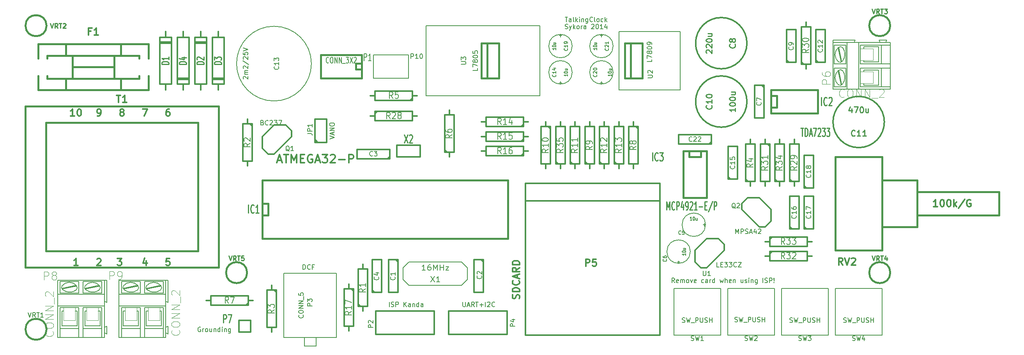
<source format=gbr>
G04 (created by PCBNEW (2013-june-11)-stable) date St 26. únor 2014, 21:47:00 CET*
%MOIN*%
G04 Gerber Fmt 3.4, Leading zero omitted, Abs format*
%FSLAX34Y34*%
G01*
G70*
G90*
G04 APERTURE LIST*
%ADD10C,0.00590551*%
%ADD11C,0.00787402*%
%ADD12C,0.012*%
%ADD13C,0.015*%
%ADD14C,0.005*%
%ADD15C,0.006*%
%ADD16C,0.008*%
%ADD17C,0.0026*%
%ADD18C,0.0125*%
%ADD19C,0.01125*%
%ADD20C,0.01*%
%ADD21C,0.0075*%
%ADD22C,0.0107*%
%ADD23C,0.0035*%
G04 APERTURE END LIST*
G54D10*
X46390Y27984D02*
X46615Y27984D01*
X46503Y27590D02*
X46503Y27984D01*
X46915Y27590D02*
X46915Y27796D01*
X46897Y27834D01*
X46859Y27853D01*
X46784Y27853D01*
X46747Y27834D01*
X46915Y27609D02*
X46878Y27590D01*
X46784Y27590D01*
X46747Y27609D01*
X46728Y27646D01*
X46728Y27684D01*
X46747Y27721D01*
X46784Y27740D01*
X46878Y27740D01*
X46915Y27759D01*
X47159Y27590D02*
X47122Y27609D01*
X47103Y27646D01*
X47103Y27984D01*
X47309Y27590D02*
X47309Y27984D01*
X47346Y27740D02*
X47459Y27590D01*
X47459Y27853D02*
X47309Y27703D01*
X47628Y27590D02*
X47628Y27853D01*
X47628Y27984D02*
X47609Y27965D01*
X47628Y27946D01*
X47646Y27965D01*
X47628Y27984D01*
X47628Y27946D01*
X47815Y27853D02*
X47815Y27590D01*
X47815Y27815D02*
X47834Y27834D01*
X47871Y27853D01*
X47928Y27853D01*
X47965Y27834D01*
X47984Y27796D01*
X47984Y27590D01*
X48340Y27853D02*
X48340Y27534D01*
X48321Y27496D01*
X48303Y27478D01*
X48265Y27459D01*
X48209Y27459D01*
X48171Y27478D01*
X48340Y27609D02*
X48303Y27590D01*
X48228Y27590D01*
X48190Y27609D01*
X48171Y27628D01*
X48153Y27665D01*
X48153Y27778D01*
X48171Y27815D01*
X48190Y27834D01*
X48228Y27853D01*
X48303Y27853D01*
X48340Y27834D01*
X48753Y27628D02*
X48734Y27609D01*
X48678Y27590D01*
X48640Y27590D01*
X48584Y27609D01*
X48546Y27646D01*
X48528Y27684D01*
X48509Y27759D01*
X48509Y27815D01*
X48528Y27890D01*
X48546Y27928D01*
X48584Y27965D01*
X48640Y27984D01*
X48678Y27984D01*
X48734Y27965D01*
X48753Y27946D01*
X48978Y27590D02*
X48940Y27609D01*
X48921Y27646D01*
X48921Y27984D01*
X49184Y27590D02*
X49146Y27609D01*
X49128Y27628D01*
X49109Y27665D01*
X49109Y27778D01*
X49128Y27815D01*
X49146Y27834D01*
X49184Y27853D01*
X49240Y27853D01*
X49277Y27834D01*
X49296Y27815D01*
X49315Y27778D01*
X49315Y27665D01*
X49296Y27628D01*
X49277Y27609D01*
X49240Y27590D01*
X49184Y27590D01*
X49652Y27609D02*
X49615Y27590D01*
X49540Y27590D01*
X49502Y27609D01*
X49484Y27628D01*
X49465Y27665D01*
X49465Y27778D01*
X49484Y27815D01*
X49502Y27834D01*
X49540Y27853D01*
X49615Y27853D01*
X49652Y27834D01*
X49821Y27590D02*
X49821Y27984D01*
X49859Y27740D02*
X49971Y27590D01*
X49971Y27853D02*
X49821Y27703D01*
X46400Y26999D02*
X46456Y26980D01*
X46550Y26980D01*
X46587Y26999D01*
X46606Y27017D01*
X46625Y27055D01*
X46625Y27092D01*
X46606Y27130D01*
X46587Y27149D01*
X46550Y27167D01*
X46475Y27186D01*
X46437Y27205D01*
X46418Y27224D01*
X46400Y27261D01*
X46400Y27299D01*
X46418Y27336D01*
X46437Y27355D01*
X46475Y27374D01*
X46568Y27374D01*
X46625Y27355D01*
X46756Y27242D02*
X46850Y26980D01*
X46943Y27242D02*
X46850Y26980D01*
X46812Y26886D01*
X46793Y26867D01*
X46756Y26849D01*
X47093Y26980D02*
X47093Y27374D01*
X47131Y27130D02*
X47243Y26980D01*
X47243Y27242D02*
X47093Y27092D01*
X47468Y26980D02*
X47431Y26999D01*
X47412Y27017D01*
X47393Y27055D01*
X47393Y27167D01*
X47412Y27205D01*
X47431Y27224D01*
X47468Y27242D01*
X47525Y27242D01*
X47562Y27224D01*
X47581Y27205D01*
X47600Y27167D01*
X47600Y27055D01*
X47581Y27017D01*
X47562Y26999D01*
X47525Y26980D01*
X47468Y26980D01*
X47768Y26980D02*
X47768Y27242D01*
X47768Y27167D02*
X47787Y27205D01*
X47806Y27224D01*
X47843Y27242D01*
X47881Y27242D01*
X48181Y26980D02*
X48181Y27186D01*
X48162Y27224D01*
X48125Y27242D01*
X48050Y27242D01*
X48012Y27224D01*
X48181Y26999D02*
X48143Y26980D01*
X48050Y26980D01*
X48012Y26999D01*
X47993Y27036D01*
X47993Y27074D01*
X48012Y27111D01*
X48050Y27130D01*
X48143Y27130D01*
X48181Y27149D01*
X48649Y27336D02*
X48668Y27355D01*
X48706Y27374D01*
X48799Y27374D01*
X48837Y27355D01*
X48856Y27336D01*
X48874Y27299D01*
X48874Y27261D01*
X48856Y27205D01*
X48631Y26980D01*
X48874Y26980D01*
X49118Y27374D02*
X49156Y27374D01*
X49193Y27355D01*
X49212Y27336D01*
X49231Y27299D01*
X49249Y27224D01*
X49249Y27130D01*
X49231Y27055D01*
X49212Y27017D01*
X49193Y26999D01*
X49156Y26980D01*
X49118Y26980D01*
X49081Y26999D01*
X49062Y27017D01*
X49043Y27055D01*
X49024Y27130D01*
X49024Y27224D01*
X49043Y27299D01*
X49062Y27336D01*
X49081Y27355D01*
X49118Y27374D01*
X49624Y26980D02*
X49399Y26980D01*
X49512Y26980D02*
X49512Y27374D01*
X49474Y27317D01*
X49437Y27280D01*
X49399Y27261D01*
X49962Y27242D02*
X49962Y26980D01*
X49868Y27392D02*
X49774Y27111D01*
X50018Y27111D01*
G54D11*
X51000Y26750D02*
X56250Y26750D01*
X34500Y21250D02*
X34550Y21250D01*
X34500Y27250D02*
X34500Y21250D01*
X26265Y17537D02*
X26659Y17668D01*
X26265Y17800D01*
X26546Y17912D02*
X26546Y18100D01*
X26659Y17875D02*
X26265Y18006D01*
X26659Y18137D01*
X26659Y18268D02*
X26265Y18268D01*
X26659Y18493D01*
X26265Y18493D01*
X26265Y18756D02*
X26265Y18831D01*
X26284Y18868D01*
X26321Y18906D01*
X26396Y18924D01*
X26528Y18924D01*
X26603Y18906D01*
X26640Y18868D01*
X26659Y18831D01*
X26659Y18756D01*
X26640Y18718D01*
X26603Y18681D01*
X26528Y18662D01*
X26396Y18662D01*
X26321Y18681D01*
X26284Y18718D01*
X26265Y18756D01*
X55756Y5240D02*
X55625Y5428D01*
X55531Y5240D02*
X55531Y5634D01*
X55681Y5634D01*
X55719Y5615D01*
X55738Y5596D01*
X55756Y5559D01*
X55756Y5503D01*
X55738Y5465D01*
X55719Y5446D01*
X55681Y5428D01*
X55531Y5428D01*
X56075Y5259D02*
X56037Y5240D01*
X55962Y5240D01*
X55925Y5259D01*
X55906Y5296D01*
X55906Y5446D01*
X55925Y5484D01*
X55962Y5503D01*
X56037Y5503D01*
X56075Y5484D01*
X56094Y5446D01*
X56094Y5409D01*
X55906Y5371D01*
X56262Y5240D02*
X56262Y5503D01*
X56262Y5465D02*
X56281Y5484D01*
X56319Y5503D01*
X56375Y5503D01*
X56412Y5484D01*
X56431Y5446D01*
X56431Y5240D01*
X56431Y5446D02*
X56450Y5484D01*
X56487Y5503D01*
X56544Y5503D01*
X56581Y5484D01*
X56600Y5446D01*
X56600Y5240D01*
X56844Y5240D02*
X56806Y5259D01*
X56787Y5278D01*
X56769Y5315D01*
X56769Y5428D01*
X56787Y5465D01*
X56806Y5484D01*
X56844Y5503D01*
X56900Y5503D01*
X56937Y5484D01*
X56956Y5465D01*
X56975Y5428D01*
X56975Y5315D01*
X56956Y5278D01*
X56937Y5259D01*
X56900Y5240D01*
X56844Y5240D01*
X57106Y5503D02*
X57200Y5240D01*
X57294Y5503D01*
X57594Y5259D02*
X57556Y5240D01*
X57481Y5240D01*
X57444Y5259D01*
X57425Y5296D01*
X57425Y5446D01*
X57444Y5484D01*
X57481Y5503D01*
X57556Y5503D01*
X57594Y5484D01*
X57612Y5446D01*
X57612Y5409D01*
X57425Y5371D01*
X58250Y5259D02*
X58212Y5240D01*
X58137Y5240D01*
X58100Y5259D01*
X58081Y5278D01*
X58062Y5315D01*
X58062Y5428D01*
X58081Y5465D01*
X58100Y5484D01*
X58137Y5503D01*
X58212Y5503D01*
X58250Y5484D01*
X58587Y5240D02*
X58587Y5446D01*
X58568Y5484D01*
X58531Y5503D01*
X58456Y5503D01*
X58418Y5484D01*
X58587Y5259D02*
X58550Y5240D01*
X58456Y5240D01*
X58418Y5259D01*
X58400Y5296D01*
X58400Y5334D01*
X58418Y5371D01*
X58456Y5390D01*
X58550Y5390D01*
X58587Y5409D01*
X58775Y5240D02*
X58775Y5503D01*
X58775Y5428D02*
X58793Y5465D01*
X58812Y5484D01*
X58850Y5503D01*
X58887Y5503D01*
X59187Y5240D02*
X59187Y5634D01*
X59187Y5259D02*
X59150Y5240D01*
X59075Y5240D01*
X59037Y5259D01*
X59018Y5278D01*
X59000Y5315D01*
X59000Y5428D01*
X59018Y5465D01*
X59037Y5484D01*
X59075Y5503D01*
X59150Y5503D01*
X59187Y5484D01*
X59637Y5503D02*
X59712Y5240D01*
X59787Y5428D01*
X59862Y5240D01*
X59937Y5503D01*
X60087Y5240D02*
X60087Y5634D01*
X60256Y5240D02*
X60256Y5446D01*
X60237Y5484D01*
X60199Y5503D01*
X60143Y5503D01*
X60106Y5484D01*
X60087Y5465D01*
X60593Y5259D02*
X60556Y5240D01*
X60481Y5240D01*
X60443Y5259D01*
X60424Y5296D01*
X60424Y5446D01*
X60443Y5484D01*
X60481Y5503D01*
X60556Y5503D01*
X60593Y5484D01*
X60612Y5446D01*
X60612Y5409D01*
X60424Y5371D01*
X60781Y5503D02*
X60781Y5240D01*
X60781Y5465D02*
X60799Y5484D01*
X60837Y5503D01*
X60893Y5503D01*
X60931Y5484D01*
X60949Y5446D01*
X60949Y5240D01*
X61606Y5503D02*
X61606Y5240D01*
X61437Y5503D02*
X61437Y5296D01*
X61456Y5259D01*
X61493Y5240D01*
X61549Y5240D01*
X61587Y5259D01*
X61606Y5278D01*
X61774Y5259D02*
X61812Y5240D01*
X61887Y5240D01*
X61924Y5259D01*
X61943Y5296D01*
X61943Y5315D01*
X61924Y5353D01*
X61887Y5371D01*
X61831Y5371D01*
X61793Y5390D01*
X61774Y5428D01*
X61774Y5446D01*
X61793Y5484D01*
X61831Y5503D01*
X61887Y5503D01*
X61924Y5484D01*
X62112Y5240D02*
X62112Y5503D01*
X62112Y5634D02*
X62093Y5615D01*
X62112Y5596D01*
X62130Y5615D01*
X62112Y5634D01*
X62112Y5596D01*
X62299Y5503D02*
X62299Y5240D01*
X62299Y5465D02*
X62318Y5484D01*
X62355Y5503D01*
X62412Y5503D01*
X62449Y5484D01*
X62468Y5446D01*
X62468Y5240D01*
X62824Y5503D02*
X62824Y5184D01*
X62805Y5146D01*
X62787Y5128D01*
X62749Y5109D01*
X62693Y5109D01*
X62655Y5128D01*
X62824Y5259D02*
X62787Y5240D01*
X62712Y5240D01*
X62674Y5259D01*
X62655Y5278D01*
X62637Y5315D01*
X62637Y5428D01*
X62655Y5465D01*
X62674Y5484D01*
X62712Y5503D01*
X62787Y5503D01*
X62824Y5484D01*
X63312Y5240D02*
X63312Y5634D01*
X63480Y5259D02*
X63537Y5240D01*
X63630Y5240D01*
X63668Y5259D01*
X63687Y5278D01*
X63705Y5315D01*
X63705Y5353D01*
X63687Y5390D01*
X63668Y5409D01*
X63630Y5428D01*
X63555Y5446D01*
X63518Y5465D01*
X63499Y5484D01*
X63480Y5521D01*
X63480Y5559D01*
X63499Y5596D01*
X63518Y5615D01*
X63555Y5634D01*
X63649Y5634D01*
X63705Y5615D01*
X63874Y5240D02*
X63874Y5634D01*
X64024Y5634D01*
X64061Y5615D01*
X64080Y5596D01*
X64099Y5559D01*
X64099Y5503D01*
X64080Y5465D01*
X64061Y5446D01*
X64024Y5428D01*
X63874Y5428D01*
X64268Y5278D02*
X64286Y5259D01*
X64268Y5240D01*
X64249Y5259D01*
X64268Y5278D01*
X64268Y5240D01*
X64268Y5390D02*
X64249Y5615D01*
X64268Y5634D01*
X64286Y5615D01*
X64268Y5390D01*
X64268Y5634D01*
X15218Y1415D02*
X15181Y1434D01*
X15125Y1434D01*
X15068Y1415D01*
X15031Y1378D01*
X15012Y1340D01*
X14993Y1265D01*
X14993Y1209D01*
X15012Y1134D01*
X15031Y1096D01*
X15068Y1059D01*
X15125Y1040D01*
X15162Y1040D01*
X15218Y1059D01*
X15237Y1078D01*
X15237Y1209D01*
X15162Y1209D01*
X15406Y1040D02*
X15406Y1303D01*
X15406Y1228D02*
X15425Y1265D01*
X15443Y1284D01*
X15481Y1303D01*
X15518Y1303D01*
X15706Y1040D02*
X15668Y1059D01*
X15650Y1078D01*
X15631Y1115D01*
X15631Y1228D01*
X15650Y1265D01*
X15668Y1284D01*
X15706Y1303D01*
X15762Y1303D01*
X15800Y1284D01*
X15818Y1265D01*
X15837Y1228D01*
X15837Y1115D01*
X15818Y1078D01*
X15800Y1059D01*
X15762Y1040D01*
X15706Y1040D01*
X16175Y1303D02*
X16175Y1040D01*
X16006Y1303D02*
X16006Y1096D01*
X16025Y1059D01*
X16062Y1040D01*
X16118Y1040D01*
X16156Y1059D01*
X16175Y1078D01*
X16362Y1303D02*
X16362Y1040D01*
X16362Y1265D02*
X16381Y1284D01*
X16418Y1303D01*
X16474Y1303D01*
X16512Y1284D01*
X16531Y1246D01*
X16531Y1040D01*
X16887Y1040D02*
X16887Y1434D01*
X16887Y1059D02*
X16849Y1040D01*
X16774Y1040D01*
X16737Y1059D01*
X16718Y1078D01*
X16699Y1115D01*
X16699Y1228D01*
X16718Y1265D01*
X16737Y1284D01*
X16774Y1303D01*
X16849Y1303D01*
X16887Y1284D01*
X17074Y1040D02*
X17074Y1303D01*
X17074Y1434D02*
X17056Y1415D01*
X17074Y1396D01*
X17093Y1415D01*
X17074Y1434D01*
X17074Y1396D01*
X17262Y1303D02*
X17262Y1040D01*
X17262Y1265D02*
X17281Y1284D01*
X17318Y1303D01*
X17374Y1303D01*
X17412Y1284D01*
X17431Y1246D01*
X17431Y1040D01*
X17787Y1303D02*
X17787Y984D01*
X17768Y946D01*
X17749Y928D01*
X17712Y909D01*
X17656Y909D01*
X17618Y928D01*
X17787Y1059D02*
X17749Y1040D01*
X17674Y1040D01*
X17637Y1059D01*
X17618Y1078D01*
X17599Y1115D01*
X17599Y1228D01*
X17618Y1265D01*
X17637Y1284D01*
X17674Y1303D01*
X17749Y1303D01*
X17787Y1284D01*
X31356Y3190D02*
X31356Y3584D01*
X31525Y3209D02*
X31581Y3190D01*
X31675Y3190D01*
X31712Y3209D01*
X31731Y3228D01*
X31750Y3265D01*
X31750Y3303D01*
X31731Y3340D01*
X31712Y3359D01*
X31675Y3378D01*
X31600Y3396D01*
X31562Y3415D01*
X31543Y3434D01*
X31525Y3471D01*
X31525Y3509D01*
X31543Y3546D01*
X31562Y3565D01*
X31600Y3584D01*
X31693Y3584D01*
X31750Y3565D01*
X31918Y3190D02*
X31918Y3584D01*
X32068Y3584D01*
X32106Y3565D01*
X32125Y3546D01*
X32143Y3509D01*
X32143Y3453D01*
X32125Y3415D01*
X32106Y3396D01*
X32068Y3378D01*
X31918Y3378D01*
X32612Y3190D02*
X32612Y3584D01*
X32837Y3190D02*
X32668Y3415D01*
X32837Y3584D02*
X32612Y3359D01*
X33174Y3190D02*
X33174Y3396D01*
X33156Y3434D01*
X33118Y3453D01*
X33043Y3453D01*
X33006Y3434D01*
X33174Y3209D02*
X33137Y3190D01*
X33043Y3190D01*
X33006Y3209D01*
X32987Y3246D01*
X32987Y3284D01*
X33006Y3321D01*
X33043Y3340D01*
X33137Y3340D01*
X33174Y3359D01*
X33362Y3453D02*
X33362Y3190D01*
X33362Y3415D02*
X33381Y3434D01*
X33418Y3453D01*
X33474Y3453D01*
X33512Y3434D01*
X33531Y3396D01*
X33531Y3190D01*
X33887Y3190D02*
X33887Y3584D01*
X33887Y3209D02*
X33849Y3190D01*
X33774Y3190D01*
X33737Y3209D01*
X33718Y3228D01*
X33699Y3265D01*
X33699Y3378D01*
X33718Y3415D01*
X33737Y3434D01*
X33774Y3453D01*
X33849Y3453D01*
X33887Y3434D01*
X34243Y3190D02*
X34243Y3396D01*
X34224Y3434D01*
X34187Y3453D01*
X34112Y3453D01*
X34074Y3434D01*
X34243Y3209D02*
X34206Y3190D01*
X34112Y3190D01*
X34074Y3209D01*
X34056Y3246D01*
X34056Y3284D01*
X34074Y3321D01*
X34112Y3340D01*
X34206Y3340D01*
X34243Y3359D01*
X37650Y3584D02*
X37650Y3265D01*
X37668Y3228D01*
X37687Y3209D01*
X37725Y3190D01*
X37800Y3190D01*
X37837Y3209D01*
X37856Y3228D01*
X37875Y3265D01*
X37875Y3584D01*
X38043Y3303D02*
X38231Y3303D01*
X38006Y3190D02*
X38137Y3584D01*
X38268Y3190D01*
X38625Y3190D02*
X38493Y3378D01*
X38400Y3190D02*
X38400Y3584D01*
X38550Y3584D01*
X38587Y3565D01*
X38606Y3546D01*
X38625Y3509D01*
X38625Y3453D01*
X38606Y3415D01*
X38587Y3396D01*
X38550Y3378D01*
X38400Y3378D01*
X38737Y3584D02*
X38962Y3584D01*
X38850Y3190D02*
X38850Y3584D01*
X39093Y3340D02*
X39393Y3340D01*
X39243Y3190D02*
X39243Y3490D01*
X39581Y3190D02*
X39581Y3584D01*
X39749Y3546D02*
X39768Y3565D01*
X39806Y3584D01*
X39899Y3584D01*
X39937Y3565D01*
X39956Y3546D01*
X39974Y3509D01*
X39974Y3471D01*
X39956Y3415D01*
X39731Y3190D01*
X39974Y3190D01*
X40368Y3228D02*
X40349Y3209D01*
X40293Y3190D01*
X40256Y3190D01*
X40199Y3209D01*
X40162Y3246D01*
X40143Y3284D01*
X40124Y3359D01*
X40124Y3415D01*
X40143Y3490D01*
X40162Y3528D01*
X40199Y3565D01*
X40256Y3584D01*
X40293Y3584D01*
X40349Y3565D01*
X40368Y3546D01*
X23981Y6390D02*
X23981Y6784D01*
X24075Y6784D01*
X24131Y6765D01*
X24168Y6728D01*
X24187Y6690D01*
X24206Y6615D01*
X24206Y6559D01*
X24187Y6484D01*
X24168Y6446D01*
X24131Y6409D01*
X24075Y6390D01*
X23981Y6390D01*
X24599Y6428D02*
X24581Y6409D01*
X24524Y6390D01*
X24487Y6390D01*
X24431Y6409D01*
X24393Y6446D01*
X24375Y6484D01*
X24356Y6559D01*
X24356Y6615D01*
X24375Y6690D01*
X24393Y6728D01*
X24431Y6765D01*
X24487Y6784D01*
X24524Y6784D01*
X24581Y6765D01*
X24599Y6746D01*
X24899Y6596D02*
X24768Y6596D01*
X24768Y6390D02*
X24768Y6784D01*
X24956Y6784D01*
X51000Y21750D02*
X51000Y26750D01*
X56250Y21750D02*
X51000Y21750D01*
X56250Y26750D02*
X56250Y21750D01*
X44250Y21250D02*
X34500Y21250D01*
X44250Y27250D02*
X44250Y21250D01*
X34500Y27250D02*
X44250Y27250D01*
G54D12*
X21500Y16250D02*
X23000Y17750D01*
X23000Y17750D02*
X23000Y18250D01*
X23000Y18250D02*
X22500Y18750D01*
X22500Y18750D02*
X21500Y18750D01*
X21500Y18750D02*
X20500Y17750D01*
X20500Y17750D02*
X20500Y16750D01*
X20500Y16750D02*
X21000Y16250D01*
X21000Y16250D02*
X21500Y16250D01*
X61500Y11500D02*
X63000Y10000D01*
X63000Y10000D02*
X63500Y10000D01*
X63500Y10000D02*
X64000Y10500D01*
X64000Y10500D02*
X64000Y11500D01*
X64000Y11500D02*
X63000Y12500D01*
X63000Y12500D02*
X62000Y12500D01*
X62000Y12500D02*
X61500Y12000D01*
X61500Y12000D02*
X61500Y11500D01*
X29750Y19500D02*
X30150Y19500D01*
X30150Y19500D02*
X30150Y19900D01*
X30150Y19900D02*
X33350Y19900D01*
X33350Y19900D02*
X33350Y19100D01*
X33350Y19100D02*
X30150Y19100D01*
X30150Y19100D02*
X30150Y19500D01*
X30150Y19700D02*
X30350Y19900D01*
X33750Y19500D02*
X33350Y19500D01*
X29100Y2800D02*
X29100Y3200D01*
X29100Y3200D02*
X28700Y3200D01*
X28700Y3200D02*
X28700Y6400D01*
X28700Y6400D02*
X29500Y6400D01*
X29500Y6400D02*
X29500Y3200D01*
X29500Y3200D02*
X29100Y3200D01*
X28900Y3200D02*
X28700Y3400D01*
X29100Y6800D02*
X29100Y6400D01*
X21300Y5000D02*
X21300Y4600D01*
X21300Y4600D02*
X21700Y4600D01*
X21700Y4600D02*
X21700Y1400D01*
X21700Y1400D02*
X20900Y1400D01*
X20900Y1400D02*
X20900Y4600D01*
X20900Y4600D02*
X21300Y4600D01*
X21500Y4600D02*
X21700Y4400D01*
X21300Y1000D02*
X21300Y1400D01*
X19250Y19250D02*
X19250Y18850D01*
X19250Y18850D02*
X19650Y18850D01*
X19650Y18850D02*
X19650Y15650D01*
X19650Y15650D02*
X18850Y15650D01*
X18850Y15650D02*
X18850Y18850D01*
X18850Y18850D02*
X19250Y18850D01*
X19450Y18850D02*
X19650Y18650D01*
X19250Y15250D02*
X19250Y15650D01*
X46000Y15000D02*
X46000Y15400D01*
X46000Y15400D02*
X45600Y15400D01*
X45600Y15400D02*
X45600Y18600D01*
X45600Y18600D02*
X46400Y18600D01*
X46400Y18600D02*
X46400Y15400D01*
X46400Y15400D02*
X46000Y15400D01*
X45800Y15400D02*
X45600Y15600D01*
X46000Y19000D02*
X46000Y18600D01*
X43250Y16500D02*
X42850Y16500D01*
X42850Y16500D02*
X42850Y16100D01*
X42850Y16100D02*
X39650Y16100D01*
X39650Y16100D02*
X39650Y16900D01*
X39650Y16900D02*
X42850Y16900D01*
X42850Y16900D02*
X42850Y16500D01*
X42850Y16300D02*
X42650Y16100D01*
X39250Y16500D02*
X39650Y16500D01*
X43250Y17750D02*
X42850Y17750D01*
X42850Y17750D02*
X42850Y17350D01*
X42850Y17350D02*
X39650Y17350D01*
X39650Y17350D02*
X39650Y18150D01*
X39650Y18150D02*
X42850Y18150D01*
X42850Y18150D02*
X42850Y17750D01*
X42850Y17550D02*
X42650Y17350D01*
X39250Y17750D02*
X39650Y17750D01*
X43250Y19000D02*
X42850Y19000D01*
X42850Y19000D02*
X42850Y18600D01*
X42850Y18600D02*
X39650Y18600D01*
X39650Y18600D02*
X39650Y19400D01*
X39650Y19400D02*
X42850Y19400D01*
X42850Y19400D02*
X42850Y19000D01*
X42850Y18800D02*
X42650Y18600D01*
X39250Y19000D02*
X39650Y19000D01*
X51000Y15000D02*
X51000Y15400D01*
X51000Y15400D02*
X50600Y15400D01*
X50600Y15400D02*
X50600Y18600D01*
X50600Y18600D02*
X51400Y18600D01*
X51400Y18600D02*
X51400Y15400D01*
X51400Y15400D02*
X51000Y15400D01*
X50800Y15400D02*
X50600Y15600D01*
X51000Y19000D02*
X51000Y18600D01*
X49750Y15000D02*
X49750Y15400D01*
X49750Y15400D02*
X49350Y15400D01*
X49350Y15400D02*
X49350Y18600D01*
X49350Y18600D02*
X50150Y18600D01*
X50150Y18600D02*
X50150Y15400D01*
X50150Y15400D02*
X49750Y15400D01*
X49550Y15400D02*
X49350Y15600D01*
X49750Y19000D02*
X49750Y18600D01*
X47250Y15000D02*
X47250Y15400D01*
X47250Y15400D02*
X46850Y15400D01*
X46850Y15400D02*
X46850Y18600D01*
X46850Y18600D02*
X47650Y18600D01*
X47650Y18600D02*
X47650Y15400D01*
X47650Y15400D02*
X47250Y15400D01*
X47050Y15400D02*
X46850Y15600D01*
X47250Y19000D02*
X47250Y18600D01*
X44750Y19000D02*
X44750Y18600D01*
X44750Y18600D02*
X45150Y18600D01*
X45150Y18600D02*
X45150Y15400D01*
X45150Y15400D02*
X44350Y15400D01*
X44350Y15400D02*
X44350Y18600D01*
X44350Y18600D02*
X44750Y18600D01*
X44950Y18600D02*
X45150Y18400D01*
X44750Y15000D02*
X44750Y15400D01*
X48500Y15000D02*
X48500Y15400D01*
X48500Y15400D02*
X48100Y15400D01*
X48100Y15400D02*
X48100Y18600D01*
X48100Y18600D02*
X48900Y18600D01*
X48900Y18600D02*
X48900Y15400D01*
X48900Y15400D02*
X48500Y15400D01*
X48300Y15400D02*
X48100Y15600D01*
X48500Y19000D02*
X48500Y18600D01*
X52250Y19000D02*
X52250Y18600D01*
X52250Y18600D02*
X52650Y18600D01*
X52650Y18600D02*
X52650Y15400D01*
X52650Y15400D02*
X51850Y15400D01*
X51850Y15400D02*
X51850Y18600D01*
X51850Y18600D02*
X52250Y18600D01*
X52450Y18600D02*
X52650Y18400D01*
X52250Y15000D02*
X52250Y15400D01*
X67000Y23550D02*
X67000Y23950D01*
X67000Y23950D02*
X66600Y23950D01*
X66600Y23950D02*
X66600Y27150D01*
X66600Y27150D02*
X67400Y27150D01*
X67400Y27150D02*
X67400Y23950D01*
X67400Y23950D02*
X67000Y23950D01*
X66800Y23950D02*
X66600Y24150D01*
X67000Y27550D02*
X67000Y27150D01*
X66000Y13500D02*
X66000Y13900D01*
X66000Y13900D02*
X65600Y13900D01*
X65600Y13900D02*
X65600Y17100D01*
X65600Y17100D02*
X66400Y17100D01*
X66400Y17100D02*
X66400Y13900D01*
X66400Y13900D02*
X66000Y13900D01*
X65800Y13900D02*
X65600Y14100D01*
X66000Y17500D02*
X66000Y17100D01*
X62250Y13500D02*
X62250Y13900D01*
X62250Y13900D02*
X61850Y13900D01*
X61850Y13900D02*
X61850Y17100D01*
X61850Y17100D02*
X62650Y17100D01*
X62650Y17100D02*
X62650Y13900D01*
X62650Y13900D02*
X62250Y13900D01*
X62050Y13900D02*
X61850Y14100D01*
X62250Y17500D02*
X62250Y17100D01*
X63500Y8750D02*
X63900Y8750D01*
X63900Y8750D02*
X63900Y9150D01*
X63900Y9150D02*
X67100Y9150D01*
X67100Y9150D02*
X67100Y8350D01*
X67100Y8350D02*
X63900Y8350D01*
X63900Y8350D02*
X63900Y8750D01*
X63900Y8950D02*
X64100Y9150D01*
X67500Y8750D02*
X67100Y8750D01*
X63500Y7500D02*
X63900Y7500D01*
X63900Y7500D02*
X63900Y7900D01*
X63900Y7900D02*
X67100Y7900D01*
X67100Y7900D02*
X67100Y7100D01*
X67100Y7100D02*
X63900Y7100D01*
X63900Y7100D02*
X63900Y7500D01*
X63900Y7700D02*
X64100Y7900D01*
X67500Y7500D02*
X67100Y7500D01*
X33750Y21250D02*
X33350Y21250D01*
X33350Y21250D02*
X33350Y20850D01*
X33350Y20850D02*
X30150Y20850D01*
X30150Y20850D02*
X30150Y21650D01*
X30150Y21650D02*
X33350Y21650D01*
X33350Y21650D02*
X33350Y21250D01*
X33350Y21050D02*
X33150Y20850D01*
X29750Y21250D02*
X30150Y21250D01*
X63500Y17500D02*
X63500Y17100D01*
X63500Y17100D02*
X63900Y17100D01*
X63900Y17100D02*
X63900Y13900D01*
X63900Y13900D02*
X63100Y13900D01*
X63100Y13900D02*
X63100Y17100D01*
X63100Y17100D02*
X63500Y17100D01*
X63700Y17100D02*
X63900Y16900D01*
X63500Y13500D02*
X63500Y13900D01*
X36500Y16000D02*
X36500Y16400D01*
X36500Y16400D02*
X36100Y16400D01*
X36100Y16400D02*
X36100Y19600D01*
X36100Y19600D02*
X36900Y19600D01*
X36900Y19600D02*
X36900Y16400D01*
X36900Y16400D02*
X36500Y16400D01*
X36300Y16400D02*
X36100Y16600D01*
X36500Y20000D02*
X36500Y19600D01*
X64750Y13500D02*
X64750Y13900D01*
X64750Y13900D02*
X64350Y13900D01*
X64350Y13900D02*
X64350Y17100D01*
X64350Y17100D02*
X65150Y17100D01*
X65150Y17100D02*
X65150Y13900D01*
X65150Y13900D02*
X64750Y13900D01*
X64550Y13900D02*
X64350Y14100D01*
X64750Y17500D02*
X64750Y17100D01*
G54D13*
X3688Y24684D02*
X3688Y25669D01*
X3688Y21731D02*
X3688Y22716D01*
X8412Y21731D02*
X8412Y22716D01*
X8412Y25669D02*
X8412Y24684D01*
X4278Y23700D02*
X7822Y23700D01*
X4278Y24684D02*
X4278Y22716D01*
X7822Y24684D02*
X7822Y22716D01*
X9987Y24448D02*
X9987Y24684D01*
X2113Y22952D02*
X2113Y22716D01*
X2113Y22716D02*
X9987Y22716D01*
X9987Y22716D02*
X9987Y22952D01*
X9987Y24684D02*
X2113Y24684D01*
X2113Y24684D02*
X2113Y24448D01*
X10774Y24448D02*
X10774Y25669D01*
X1326Y22952D02*
X1326Y21731D01*
X1326Y21731D02*
X10774Y21731D01*
X10774Y21731D02*
X10774Y22952D01*
X10774Y25669D02*
X1326Y25669D01*
X1326Y25669D02*
X1326Y24448D01*
X58000Y16500D02*
X58000Y16000D01*
X58000Y16000D02*
X57000Y16000D01*
X57000Y16000D02*
X57000Y16500D01*
X58500Y16500D02*
X58500Y12500D01*
X58500Y12500D02*
X56500Y12500D01*
X56500Y12500D02*
X56500Y16500D01*
X56500Y16500D02*
X58500Y16500D01*
X64000Y21250D02*
X64500Y21250D01*
X64500Y21250D02*
X64500Y20250D01*
X64500Y20250D02*
X64000Y20250D01*
X64000Y21750D02*
X68000Y21750D01*
X68000Y21750D02*
X68000Y19750D01*
X68000Y19750D02*
X64000Y19750D01*
X64000Y19750D02*
X64000Y21750D01*
X20500Y12000D02*
X21000Y12000D01*
X21000Y12000D02*
X21000Y11000D01*
X21000Y11000D02*
X20500Y11000D01*
X20500Y14000D02*
X41500Y14000D01*
X41500Y14000D02*
X41500Y9000D01*
X41500Y9000D02*
X20500Y9000D01*
X20500Y9000D02*
X20500Y14000D01*
G54D12*
X16750Y21750D02*
X16750Y22250D01*
X16750Y22250D02*
X17250Y22250D01*
X17250Y22250D02*
X17250Y26250D01*
X17250Y26250D02*
X16750Y26250D01*
X16750Y26250D02*
X16750Y26750D01*
X16750Y26250D02*
X16250Y26250D01*
X16250Y26250D02*
X16250Y22250D01*
X16250Y22250D02*
X16750Y22250D01*
X17250Y22750D02*
X16250Y22750D01*
X17250Y22650D02*
X16250Y22650D01*
X15250Y26750D02*
X15250Y26250D01*
X15250Y26250D02*
X14750Y26250D01*
X14750Y26250D02*
X14750Y22250D01*
X14750Y22250D02*
X15250Y22250D01*
X15250Y22250D02*
X15250Y21750D01*
X15250Y22250D02*
X15750Y22250D01*
X15750Y22250D02*
X15750Y26250D01*
X15750Y26250D02*
X15250Y26250D01*
X14750Y25750D02*
X15750Y25750D01*
X14750Y25850D02*
X15750Y25850D01*
X12250Y26750D02*
X12250Y26250D01*
X12250Y26250D02*
X11750Y26250D01*
X11750Y26250D02*
X11750Y22250D01*
X11750Y22250D02*
X12250Y22250D01*
X12250Y22250D02*
X12250Y21750D01*
X12250Y22250D02*
X12750Y22250D01*
X12750Y22250D02*
X12750Y26250D01*
X12750Y26250D02*
X12250Y26250D01*
X11750Y25750D02*
X12750Y25750D01*
X11750Y25850D02*
X12750Y25850D01*
X13750Y21750D02*
X13750Y22250D01*
X13750Y22250D02*
X14250Y22250D01*
X14250Y22250D02*
X14250Y26250D01*
X14250Y26250D02*
X13750Y26250D01*
X13750Y26250D02*
X13750Y26750D01*
X13750Y26250D02*
X13250Y26250D01*
X13250Y26250D02*
X13250Y22250D01*
X13250Y22250D02*
X13750Y22250D01*
X14250Y22750D02*
X13250Y22750D01*
X14250Y22650D02*
X13250Y22650D01*
X61945Y20750D02*
G75*
G03X61945Y20750I-2195J0D01*
G74*
G01*
X73695Y19000D02*
G75*
G03X73695Y19000I-2195J0D01*
G74*
G01*
X61945Y25750D02*
G75*
G03X61945Y25750I-2195J0D01*
G74*
G01*
X65600Y9850D02*
X65600Y12650D01*
X65600Y12650D02*
X66400Y12650D01*
X66400Y12650D02*
X66400Y9850D01*
X66400Y9850D02*
X65600Y9850D01*
X65800Y9850D02*
X65600Y10050D01*
X63400Y22150D02*
X63400Y19350D01*
X63400Y19350D02*
X62600Y19350D01*
X62600Y19350D02*
X62600Y22150D01*
X62600Y22150D02*
X63400Y22150D01*
X63200Y22150D02*
X63400Y21950D01*
X67850Y24100D02*
X67850Y26900D01*
X67850Y26900D02*
X68650Y26900D01*
X68650Y26900D02*
X68650Y24100D01*
X68650Y24100D02*
X67850Y24100D01*
X68050Y24100D02*
X67850Y24300D01*
X66850Y13350D02*
X66850Y16150D01*
X66850Y16150D02*
X67650Y16150D01*
X67650Y16150D02*
X67650Y13350D01*
X67650Y13350D02*
X66850Y13350D01*
X67050Y13350D02*
X66850Y13550D01*
X66850Y9850D02*
X66850Y12650D01*
X66850Y12650D02*
X67650Y12650D01*
X67650Y12650D02*
X67650Y9850D01*
X67650Y9850D02*
X66850Y9850D01*
X67050Y9850D02*
X66850Y10050D01*
X39400Y7200D02*
X39400Y4400D01*
X39400Y4400D02*
X38600Y4400D01*
X38600Y4400D02*
X38600Y7200D01*
X38600Y7200D02*
X39400Y7200D01*
X39200Y7200D02*
X39400Y7000D01*
X32100Y7200D02*
X32100Y4400D01*
X32100Y4400D02*
X31300Y4400D01*
X31300Y4400D02*
X31300Y7200D01*
X31300Y7200D02*
X32100Y7200D01*
X31900Y7200D02*
X32100Y7000D01*
X29900Y4400D02*
X29900Y7200D01*
X29900Y7200D02*
X30700Y7200D01*
X30700Y7200D02*
X30700Y4400D01*
X30700Y4400D02*
X29900Y4400D01*
X30100Y4400D02*
X29900Y4600D01*
X31400Y15850D02*
X28600Y15850D01*
X28600Y15850D02*
X28600Y16650D01*
X28600Y16650D02*
X31400Y16650D01*
X31400Y16650D02*
X31400Y15850D01*
X31400Y16050D02*
X31200Y15850D01*
G54D14*
X58401Y10200D02*
G75*
G03X58401Y10200I-1001J0D01*
G74*
G01*
X57101Y7900D02*
G75*
G03X57101Y7900I-1001J0D01*
G74*
G01*
X47001Y23250D02*
G75*
G03X47001Y23250I-1001J0D01*
G74*
G01*
X47001Y25500D02*
G75*
G03X47001Y25500I-1001J0D01*
G74*
G01*
G54D12*
X60350Y14100D02*
X60350Y16900D01*
X60350Y16900D02*
X61150Y16900D01*
X61150Y16900D02*
X61150Y14100D01*
X61150Y14100D02*
X60350Y14100D01*
X60550Y14100D02*
X60350Y14300D01*
G54D13*
X76500Y11000D02*
X83500Y11000D01*
X83500Y11000D02*
X83500Y13000D01*
X83500Y13000D02*
X76500Y13000D01*
X73500Y10000D02*
X76500Y10000D01*
X76500Y10000D02*
X76500Y14000D01*
X76500Y14000D02*
X73500Y14000D01*
X69500Y8000D02*
X69500Y16000D01*
X69500Y16000D02*
X72500Y16000D01*
X72500Y16000D02*
X73500Y16000D01*
X73500Y16000D02*
X73500Y8000D01*
X73500Y8000D02*
X69500Y8000D01*
G54D12*
X65350Y24100D02*
X65350Y26900D01*
X65350Y26900D02*
X66150Y26900D01*
X66150Y26900D02*
X66150Y24100D01*
X66150Y24100D02*
X65350Y24100D01*
X65550Y24100D02*
X65350Y24300D01*
X58500Y6500D02*
X60000Y8000D01*
X60000Y8000D02*
X60000Y8500D01*
X60000Y8500D02*
X59500Y9000D01*
X59500Y9000D02*
X58500Y9000D01*
X58500Y9000D02*
X57500Y8000D01*
X57500Y8000D02*
X57500Y7000D01*
X57500Y7000D02*
X58000Y6500D01*
X58000Y6500D02*
X58500Y6500D01*
G54D15*
X38050Y5500D02*
X37550Y5000D01*
X33050Y5000D02*
X32550Y5500D01*
X32550Y6500D02*
X33050Y7000D01*
X38050Y6500D02*
X37550Y7000D01*
X37550Y5000D02*
X33050Y5000D01*
X38050Y5500D02*
X38050Y6500D01*
X37550Y7000D02*
X33050Y7000D01*
X32550Y6500D02*
X32550Y5500D01*
G54D12*
X32000Y16000D02*
X32000Y17000D01*
X32000Y17000D02*
X34000Y17000D01*
X34000Y17000D02*
X34000Y16000D01*
X34000Y16000D02*
X32000Y16000D01*
G54D13*
X39250Y25750D02*
X39750Y25750D01*
X39250Y25750D02*
X39250Y22750D01*
X39750Y22750D02*
X39250Y22750D01*
X39750Y25750D02*
X39750Y22750D01*
X39750Y22750D02*
X40750Y22750D01*
X40750Y22750D02*
X40750Y25750D01*
X40750Y25750D02*
X39750Y25750D01*
G54D14*
X50501Y23250D02*
G75*
G03X50501Y23250I-1001J0D01*
G74*
G01*
X50501Y25500D02*
G75*
G03X50501Y25500I-1001J0D01*
G74*
G01*
G54D13*
X51500Y25750D02*
X52000Y25750D01*
X51500Y25750D02*
X51500Y22750D01*
X52000Y22750D02*
X51500Y22750D01*
X52000Y25750D02*
X52000Y22750D01*
X52000Y22750D02*
X53000Y22750D01*
X53000Y22750D02*
X53000Y25750D01*
X53000Y25750D02*
X52000Y25750D01*
G54D10*
X24700Y24000D02*
G75*
G03X24700Y24000I-3200J0D01*
G74*
G01*
G54D12*
X19700Y3700D02*
X19300Y3700D01*
X19300Y3700D02*
X19300Y3300D01*
X19300Y3300D02*
X16100Y3300D01*
X16100Y3300D02*
X16100Y4100D01*
X16100Y4100D02*
X19300Y4100D01*
X19300Y4100D02*
X19300Y3700D01*
X19300Y3500D02*
X19100Y3300D01*
X15700Y3700D02*
X16100Y3700D01*
G54D13*
X29000Y22750D02*
X25500Y22750D01*
X25500Y22750D02*
X25500Y24750D01*
X25500Y24750D02*
X29000Y24750D01*
X29000Y24750D02*
X29000Y22750D01*
X29000Y23500D02*
X28500Y23500D01*
X28500Y23500D02*
X28500Y24000D01*
X28500Y24000D02*
X29000Y24000D01*
X2003Y18961D02*
X14996Y18961D01*
X14996Y18961D02*
X14996Y7938D01*
X14996Y7938D02*
X2003Y7938D01*
X2003Y7938D02*
X2003Y18961D01*
X232Y20339D02*
X16767Y20339D01*
X16767Y20339D02*
X16767Y6560D01*
X16767Y6560D02*
X232Y6560D01*
X232Y6560D02*
X232Y20339D01*
G54D16*
X30000Y24750D02*
X33000Y24750D01*
X33000Y22750D02*
X30000Y22750D01*
X30000Y22750D02*
X30000Y24750D01*
X33000Y24750D02*
X33000Y22750D01*
G54D17*
X72750Y22310D02*
X72750Y23310D01*
X72750Y23310D02*
X71650Y23310D01*
X71650Y22310D02*
X71650Y23310D01*
X72750Y22310D02*
X71650Y22310D01*
X72750Y24280D02*
X72750Y25280D01*
X72750Y25280D02*
X71650Y25280D01*
X71650Y24280D02*
X71650Y25280D01*
X72750Y24280D02*
X71650Y24280D01*
G54D15*
X69300Y25800D02*
X70500Y25800D01*
X69300Y25800D02*
X69300Y21800D01*
X69300Y25800D02*
X69300Y26000D01*
X69300Y26000D02*
X71200Y26000D01*
X71200Y26000D02*
X71100Y25800D01*
X73900Y26000D02*
X73800Y25800D01*
X73800Y25800D02*
X74200Y25800D01*
X73250Y26000D02*
X73350Y25800D01*
X73350Y25800D02*
X73800Y25800D01*
X73250Y26000D02*
X73900Y26000D01*
X74200Y23980D02*
X73450Y23980D01*
X71650Y25580D02*
X73450Y25580D01*
X74200Y23980D02*
X74200Y25580D01*
X74200Y25580D02*
X74200Y25800D01*
X74200Y23610D02*
X73450Y23610D01*
X74200Y23610D02*
X74200Y23980D01*
X71650Y22010D02*
X73450Y22010D01*
X74200Y21800D02*
X74200Y22010D01*
X74200Y22010D02*
X74200Y23610D01*
X73450Y23980D02*
X73450Y25580D01*
X73450Y23980D02*
X71650Y23980D01*
X73450Y25580D02*
X74200Y25580D01*
X73450Y23610D02*
X73450Y22010D01*
X73450Y23610D02*
X71650Y23610D01*
X73450Y22010D02*
X74200Y22010D01*
X73200Y25430D02*
X71950Y25430D01*
X73200Y25430D02*
X73200Y24130D01*
X73200Y24130D02*
X71950Y24130D01*
X73200Y23460D02*
X71950Y23460D01*
X73200Y23460D02*
X73200Y22160D01*
X73200Y22160D02*
X71950Y22160D01*
X71950Y22160D02*
X71950Y22310D01*
X71950Y23460D02*
X71950Y23310D01*
X71950Y24130D02*
X71950Y24280D01*
X71950Y25430D02*
X71950Y25280D01*
X74200Y21800D02*
X71500Y21800D01*
X71500Y21800D02*
X70500Y21800D01*
X71100Y25800D02*
X71500Y25800D01*
X71500Y25800D02*
X73350Y25800D01*
X70500Y21800D02*
X70500Y25800D01*
X70500Y21800D02*
X69300Y21800D01*
X70500Y25800D02*
X71100Y25800D01*
X70400Y23980D02*
X69400Y23980D01*
X69400Y23980D02*
X69400Y25580D01*
X69400Y25580D02*
X70400Y25580D01*
X70400Y25580D02*
X70400Y23980D01*
X70400Y23610D02*
X69400Y23610D01*
X70400Y23610D02*
X70400Y22010D01*
X70400Y22010D02*
X69400Y22010D01*
X69400Y23610D02*
X69400Y22010D01*
X70000Y24140D02*
X69750Y25340D01*
X70050Y24190D02*
X69800Y25390D01*
X70000Y22170D02*
X69750Y23371D01*
X70050Y22220D02*
X69800Y23420D01*
X71650Y22010D02*
X71650Y22160D01*
X71650Y23610D02*
X71650Y23460D01*
X71650Y23460D02*
X71650Y22160D01*
X71500Y21800D02*
X71500Y22160D01*
X71500Y22160D02*
X71500Y23460D01*
X71500Y23460D02*
X71500Y24130D01*
X71500Y25800D02*
X71500Y25430D01*
X71500Y25430D02*
X71500Y24130D01*
X71650Y25580D02*
X71650Y25430D01*
X71650Y23980D02*
X71650Y24130D01*
X71650Y24130D02*
X71650Y25430D01*
X70141Y25358D02*
G75*
G03X69761Y25379I-200J-178D01*
G74*
G01*
X70109Y24199D02*
G75*
G03X70129Y25375I-749J600D01*
G74*
G01*
X69758Y25380D02*
G75*
G03X69780Y24139I531J-611D01*
G74*
G01*
X69760Y24160D02*
G75*
G03X70124Y24215I160J169D01*
G74*
G01*
X70142Y23388D02*
G75*
G03X69760Y23409I-201J-178D01*
G74*
G01*
X70109Y22230D02*
G75*
G03X70129Y23406I-749J600D01*
G74*
G01*
X69756Y23412D02*
G75*
G03X69780Y22169I533J-611D01*
G74*
G01*
X69761Y22190D02*
G75*
G03X70124Y22246I159J169D01*
G74*
G01*
G54D17*
X8760Y2000D02*
X9760Y2000D01*
X9760Y2000D02*
X9760Y3100D01*
X8760Y3100D02*
X9760Y3100D01*
X8760Y2000D02*
X8760Y3100D01*
X10730Y2000D02*
X11730Y2000D01*
X11730Y2000D02*
X11730Y3100D01*
X10730Y3100D02*
X11730Y3100D01*
X10730Y2000D02*
X10730Y3100D01*
G54D15*
X12250Y5450D02*
X12250Y4250D01*
X12250Y5450D02*
X8250Y5450D01*
X12250Y5450D02*
X12450Y5450D01*
X12450Y5450D02*
X12450Y3550D01*
X12450Y3550D02*
X12250Y3650D01*
X12450Y850D02*
X12250Y950D01*
X12250Y950D02*
X12250Y550D01*
X12450Y1500D02*
X12250Y1400D01*
X12250Y1400D02*
X12250Y950D01*
X12450Y1500D02*
X12450Y850D01*
X10430Y550D02*
X10430Y1300D01*
X12030Y3100D02*
X12030Y1300D01*
X10430Y550D02*
X12030Y550D01*
X12030Y550D02*
X12250Y550D01*
X10060Y550D02*
X10060Y1300D01*
X10060Y550D02*
X10430Y550D01*
X8460Y3100D02*
X8460Y1300D01*
X8250Y550D02*
X8460Y550D01*
X8460Y550D02*
X10060Y550D01*
X10430Y1300D02*
X12030Y1300D01*
X10430Y1300D02*
X10430Y3100D01*
X12030Y1300D02*
X12030Y550D01*
X10060Y1300D02*
X8460Y1300D01*
X10060Y1300D02*
X10060Y3100D01*
X8460Y1300D02*
X8460Y550D01*
X11880Y1550D02*
X11880Y2800D01*
X11880Y1550D02*
X10580Y1550D01*
X10580Y1550D02*
X10580Y2800D01*
X9910Y1550D02*
X9910Y2800D01*
X9910Y1550D02*
X8610Y1550D01*
X8610Y1550D02*
X8610Y2800D01*
X8610Y2800D02*
X8760Y2800D01*
X9910Y2800D02*
X9760Y2800D01*
X10580Y2800D02*
X10730Y2800D01*
X11880Y2800D02*
X11730Y2800D01*
X8250Y550D02*
X8250Y3250D01*
X8250Y3250D02*
X8250Y4250D01*
X12250Y3650D02*
X12250Y3250D01*
X12250Y3250D02*
X12250Y1400D01*
X8250Y4250D02*
X12250Y4250D01*
X8250Y4250D02*
X8250Y5450D01*
X12250Y4250D02*
X12250Y3650D01*
X10430Y4350D02*
X10430Y5350D01*
X10430Y5350D02*
X12030Y5350D01*
X12030Y5350D02*
X12030Y4350D01*
X12030Y4350D02*
X10430Y4350D01*
X10060Y4350D02*
X10060Y5350D01*
X10060Y4350D02*
X8460Y4350D01*
X8460Y4350D02*
X8460Y5350D01*
X10060Y5350D02*
X8460Y5350D01*
X10590Y4750D02*
X11790Y5000D01*
X10640Y4700D02*
X11840Y4950D01*
X8620Y4750D02*
X9821Y5000D01*
X8670Y4700D02*
X9870Y4950D01*
X8460Y3100D02*
X8610Y3100D01*
X10060Y3100D02*
X9910Y3100D01*
X9910Y3100D02*
X8610Y3100D01*
X8250Y3250D02*
X8610Y3250D01*
X8610Y3250D02*
X9910Y3250D01*
X9910Y3250D02*
X10580Y3250D01*
X12250Y3250D02*
X11880Y3250D01*
X11880Y3250D02*
X10580Y3250D01*
X12030Y3100D02*
X11880Y3100D01*
X10430Y3100D02*
X10580Y3100D01*
X10580Y3100D02*
X11880Y3100D01*
X11808Y4608D02*
G75*
G03X11829Y4988I-178J200D01*
G74*
G01*
X10649Y4640D02*
G75*
G03X11825Y4620I600J749D01*
G74*
G01*
X11830Y4991D02*
G75*
G03X10589Y4969I-611J-531D01*
G74*
G01*
X10610Y4989D02*
G75*
G03X10665Y4625I169J-160D01*
G74*
G01*
X9838Y4607D02*
G75*
G03X9859Y4989I-178J201D01*
G74*
G01*
X8680Y4640D02*
G75*
G03X9856Y4620I600J749D01*
G74*
G01*
X9862Y4993D02*
G75*
G03X8619Y4969I-611J-533D01*
G74*
G01*
X8640Y4988D02*
G75*
G03X8696Y4625I169J-159D01*
G74*
G01*
G54D17*
X3510Y2000D02*
X4510Y2000D01*
X4510Y2000D02*
X4510Y3100D01*
X3510Y3100D02*
X4510Y3100D01*
X3510Y2000D02*
X3510Y3100D01*
X5480Y2000D02*
X6480Y2000D01*
X6480Y2000D02*
X6480Y3100D01*
X5480Y3100D02*
X6480Y3100D01*
X5480Y2000D02*
X5480Y3100D01*
G54D15*
X7000Y5450D02*
X7000Y4250D01*
X7000Y5450D02*
X3000Y5450D01*
X7000Y5450D02*
X7200Y5450D01*
X7200Y5450D02*
X7200Y3550D01*
X7200Y3550D02*
X7000Y3650D01*
X7200Y850D02*
X7000Y950D01*
X7000Y950D02*
X7000Y550D01*
X7200Y1500D02*
X7000Y1400D01*
X7000Y1400D02*
X7000Y950D01*
X7200Y1500D02*
X7200Y850D01*
X5180Y550D02*
X5180Y1300D01*
X6780Y3100D02*
X6780Y1300D01*
X5180Y550D02*
X6780Y550D01*
X6780Y550D02*
X7000Y550D01*
X4810Y550D02*
X4810Y1300D01*
X4810Y550D02*
X5180Y550D01*
X3210Y3100D02*
X3210Y1300D01*
X3000Y550D02*
X3210Y550D01*
X3210Y550D02*
X4810Y550D01*
X5180Y1300D02*
X6780Y1300D01*
X5180Y1300D02*
X5180Y3100D01*
X6780Y1300D02*
X6780Y550D01*
X4810Y1300D02*
X3210Y1300D01*
X4810Y1300D02*
X4810Y3100D01*
X3210Y1300D02*
X3210Y550D01*
X6630Y1550D02*
X6630Y2800D01*
X6630Y1550D02*
X5330Y1550D01*
X5330Y1550D02*
X5330Y2800D01*
X4660Y1550D02*
X4660Y2800D01*
X4660Y1550D02*
X3360Y1550D01*
X3360Y1550D02*
X3360Y2800D01*
X3360Y2800D02*
X3510Y2800D01*
X4660Y2800D02*
X4510Y2800D01*
X5330Y2800D02*
X5480Y2800D01*
X6630Y2800D02*
X6480Y2800D01*
X3000Y550D02*
X3000Y3250D01*
X3000Y3250D02*
X3000Y4250D01*
X7000Y3650D02*
X7000Y3250D01*
X7000Y3250D02*
X7000Y1400D01*
X3000Y4250D02*
X7000Y4250D01*
X3000Y4250D02*
X3000Y5450D01*
X7000Y4250D02*
X7000Y3650D01*
X5180Y4350D02*
X5180Y5350D01*
X5180Y5350D02*
X6780Y5350D01*
X6780Y5350D02*
X6780Y4350D01*
X6780Y4350D02*
X5180Y4350D01*
X4810Y4350D02*
X4810Y5350D01*
X4810Y4350D02*
X3210Y4350D01*
X3210Y4350D02*
X3210Y5350D01*
X4810Y5350D02*
X3210Y5350D01*
X5340Y4750D02*
X6540Y5000D01*
X5390Y4700D02*
X6590Y4950D01*
X3370Y4750D02*
X4571Y5000D01*
X3420Y4700D02*
X4620Y4950D01*
X3210Y3100D02*
X3360Y3100D01*
X4810Y3100D02*
X4660Y3100D01*
X4660Y3100D02*
X3360Y3100D01*
X3000Y3250D02*
X3360Y3250D01*
X3360Y3250D02*
X4660Y3250D01*
X4660Y3250D02*
X5330Y3250D01*
X7000Y3250D02*
X6630Y3250D01*
X6630Y3250D02*
X5330Y3250D01*
X6780Y3100D02*
X6630Y3100D01*
X5180Y3100D02*
X5330Y3100D01*
X5330Y3100D02*
X6630Y3100D01*
X6558Y4608D02*
G75*
G03X6579Y4988I-178J200D01*
G74*
G01*
X5399Y4640D02*
G75*
G03X6575Y4620I600J749D01*
G74*
G01*
X6580Y4991D02*
G75*
G03X5339Y4969I-611J-531D01*
G74*
G01*
X5360Y4989D02*
G75*
G03X5415Y4625I169J-160D01*
G74*
G01*
X4588Y4607D02*
G75*
G03X4609Y4989I-178J201D01*
G74*
G01*
X3430Y4640D02*
G75*
G03X4606Y4620I600J749D01*
G74*
G01*
X4612Y4993D02*
G75*
G03X3369Y4969I-611J-533D01*
G74*
G01*
X3390Y4988D02*
G75*
G03X3446Y4625I169J-159D01*
G74*
G01*
G54D12*
X27900Y5100D02*
X27900Y4700D01*
X27900Y4700D02*
X28300Y4700D01*
X28300Y4700D02*
X28300Y1500D01*
X28300Y1500D02*
X27500Y1500D01*
X27500Y1500D02*
X27500Y4700D01*
X27500Y4700D02*
X27900Y4700D01*
X28100Y4700D02*
X28300Y4500D01*
X27900Y1100D02*
X27900Y1500D01*
X35200Y800D02*
X30200Y800D01*
X30200Y800D02*
X30200Y2800D01*
X30200Y2800D02*
X35200Y2800D01*
X35200Y2800D02*
X35200Y800D01*
X41450Y800D02*
X36450Y800D01*
X36450Y800D02*
X36450Y2800D01*
X36450Y2800D02*
X41450Y2800D01*
X41450Y2800D02*
X41450Y800D01*
X58900Y17100D02*
X56100Y17100D01*
X56100Y17100D02*
X56100Y17900D01*
X56100Y17900D02*
X58900Y17900D01*
X58900Y17900D02*
X58900Y17100D01*
X58900Y17300D02*
X58700Y17100D01*
G54D18*
X43000Y12250D02*
X43000Y13750D01*
X43000Y13750D02*
X54500Y13750D01*
X54500Y13750D02*
X54500Y12250D01*
X43000Y750D02*
X43000Y12250D01*
X43000Y12250D02*
X54500Y12250D01*
X54500Y750D02*
X54500Y12250D01*
X43000Y750D02*
X54500Y750D01*
G54D12*
X25000Y17270D02*
X25000Y19250D01*
X25000Y19250D02*
X26000Y19250D01*
X26000Y19250D02*
X26000Y17250D01*
X26000Y17250D02*
X25000Y17250D01*
X25250Y17250D02*
X25000Y17500D01*
G54D18*
X18500Y1000D02*
X19500Y1000D01*
X18500Y2000D02*
X19500Y2000D01*
G54D12*
X18500Y1000D02*
X18500Y2000D01*
X19500Y2000D02*
X19500Y1000D01*
G54D10*
X55700Y750D02*
X59700Y750D01*
X59700Y750D02*
X59700Y4750D01*
X59700Y4750D02*
X55700Y4750D01*
X55700Y4750D02*
X55700Y750D01*
X60300Y750D02*
X64300Y750D01*
X64300Y750D02*
X64300Y4750D01*
X64300Y4750D02*
X60300Y4750D01*
X60300Y4750D02*
X60300Y750D01*
X64900Y750D02*
X68900Y750D01*
X68900Y750D02*
X68900Y4750D01*
X68900Y4750D02*
X64900Y4750D01*
X64900Y4750D02*
X64900Y750D01*
X69500Y750D02*
X73500Y750D01*
X73500Y750D02*
X73500Y4750D01*
X73500Y4750D02*
X69500Y4750D01*
X69500Y4750D02*
X69500Y750D01*
X25100Y550D02*
X25100Y-200D01*
X25100Y-200D02*
X24100Y-200D01*
X24100Y-200D02*
X24100Y550D01*
X22350Y6050D02*
X22350Y550D01*
X22350Y550D02*
X26850Y550D01*
X26850Y550D02*
X26850Y6050D01*
X26850Y6050D02*
X22350Y6050D01*
G54D13*
X2050Y1250D02*
G75*
G03X2050Y1250I-900J0D01*
G74*
G01*
X2050Y27250D02*
G75*
G03X2050Y27250I-900J0D01*
G74*
G01*
X74200Y27250D02*
G75*
G03X74200Y27250I-900J0D01*
G74*
G01*
X74200Y6100D02*
G75*
G03X74200Y6100I-900J0D01*
G74*
G01*
X19200Y6100D02*
G75*
G03X19200Y6100I-900J0D01*
G74*
G01*
G54D16*
X22811Y16500D02*
X22773Y16519D01*
X22735Y16557D01*
X22678Y16614D01*
X22640Y16633D01*
X22602Y16633D01*
X22621Y16538D02*
X22583Y16557D01*
X22545Y16595D01*
X22526Y16671D01*
X22526Y16804D01*
X22545Y16880D01*
X22583Y16919D01*
X22621Y16938D01*
X22697Y16938D01*
X22735Y16919D01*
X22773Y16880D01*
X22792Y16804D01*
X22792Y16671D01*
X22773Y16595D01*
X22735Y16557D01*
X22697Y16538D01*
X22621Y16538D01*
X23173Y16538D02*
X22945Y16538D01*
X23059Y16538D02*
X23059Y16938D01*
X23021Y16880D01*
X22983Y16842D01*
X22945Y16823D01*
X20507Y18947D02*
X20564Y18928D01*
X20583Y18909D01*
X20602Y18871D01*
X20602Y18814D01*
X20583Y18776D01*
X20564Y18757D01*
X20526Y18738D01*
X20373Y18738D01*
X20373Y19138D01*
X20507Y19138D01*
X20545Y19119D01*
X20564Y19100D01*
X20583Y19061D01*
X20583Y19023D01*
X20564Y18985D01*
X20545Y18966D01*
X20507Y18947D01*
X20373Y18947D01*
X21002Y18776D02*
X20983Y18757D01*
X20926Y18738D01*
X20888Y18738D01*
X20830Y18757D01*
X20792Y18795D01*
X20773Y18833D01*
X20754Y18909D01*
X20754Y18966D01*
X20773Y19042D01*
X20792Y19080D01*
X20830Y19119D01*
X20888Y19138D01*
X20926Y19138D01*
X20983Y19119D01*
X21002Y19100D01*
X21154Y19100D02*
X21173Y19119D01*
X21211Y19138D01*
X21307Y19138D01*
X21345Y19119D01*
X21364Y19100D01*
X21383Y19061D01*
X21383Y19023D01*
X21364Y18966D01*
X21135Y18738D01*
X21383Y18738D01*
X21516Y19138D02*
X21764Y19138D01*
X21630Y18985D01*
X21688Y18985D01*
X21726Y18966D01*
X21745Y18947D01*
X21764Y18909D01*
X21764Y18814D01*
X21745Y18776D01*
X21726Y18757D01*
X21688Y18738D01*
X21573Y18738D01*
X21535Y18757D01*
X21516Y18776D01*
X21897Y19138D02*
X22164Y19138D01*
X21992Y18738D01*
X60961Y11600D02*
X60923Y11619D01*
X60885Y11657D01*
X60828Y11714D01*
X60790Y11733D01*
X60752Y11733D01*
X60771Y11638D02*
X60733Y11657D01*
X60695Y11695D01*
X60676Y11771D01*
X60676Y11904D01*
X60695Y11980D01*
X60733Y12019D01*
X60771Y12038D01*
X60847Y12038D01*
X60885Y12019D01*
X60923Y11980D01*
X60942Y11904D01*
X60942Y11771D01*
X60923Y11695D01*
X60885Y11657D01*
X60847Y11638D01*
X60771Y11638D01*
X61095Y12000D02*
X61114Y12019D01*
X61152Y12038D01*
X61247Y12038D01*
X61285Y12019D01*
X61304Y12000D01*
X61323Y11961D01*
X61323Y11923D01*
X61304Y11866D01*
X61076Y11638D01*
X61323Y11638D01*
X60973Y9438D02*
X60973Y9838D01*
X61107Y9552D01*
X61240Y9838D01*
X61240Y9438D01*
X61430Y9438D02*
X61430Y9838D01*
X61583Y9838D01*
X61621Y9819D01*
X61640Y9800D01*
X61659Y9761D01*
X61659Y9704D01*
X61640Y9666D01*
X61621Y9647D01*
X61583Y9628D01*
X61430Y9628D01*
X61811Y9457D02*
X61869Y9438D01*
X61964Y9438D01*
X62002Y9457D01*
X62021Y9476D01*
X62040Y9514D01*
X62040Y9552D01*
X62021Y9590D01*
X62002Y9609D01*
X61964Y9628D01*
X61888Y9647D01*
X61850Y9666D01*
X61830Y9685D01*
X61811Y9723D01*
X61811Y9761D01*
X61830Y9800D01*
X61850Y9819D01*
X61888Y9838D01*
X61983Y9838D01*
X62040Y9819D01*
X62192Y9552D02*
X62383Y9552D01*
X62154Y9438D02*
X62288Y9838D01*
X62421Y9438D01*
X62726Y9704D02*
X62726Y9438D01*
X62630Y9857D02*
X62535Y9571D01*
X62783Y9571D01*
X62916Y9800D02*
X62935Y9819D01*
X62973Y9838D01*
X63069Y9838D01*
X63107Y9819D01*
X63126Y9800D01*
X63145Y9761D01*
X63145Y9723D01*
X63126Y9666D01*
X62897Y9438D01*
X63145Y9438D01*
X31428Y19277D02*
X31261Y19539D01*
X31142Y19277D02*
X31142Y19827D01*
X31333Y19827D01*
X31380Y19801D01*
X31404Y19775D01*
X31428Y19722D01*
X31428Y19644D01*
X31404Y19591D01*
X31380Y19565D01*
X31333Y19539D01*
X31142Y19539D01*
X31619Y19775D02*
X31642Y19801D01*
X31690Y19827D01*
X31809Y19827D01*
X31857Y19801D01*
X31880Y19775D01*
X31904Y19722D01*
X31904Y19670D01*
X31880Y19591D01*
X31595Y19277D01*
X31904Y19277D01*
X32190Y19591D02*
X32142Y19617D01*
X32119Y19644D01*
X32095Y19696D01*
X32095Y19722D01*
X32119Y19775D01*
X32142Y19801D01*
X32190Y19827D01*
X32285Y19827D01*
X32333Y19801D01*
X32357Y19775D01*
X32380Y19722D01*
X32380Y19696D01*
X32357Y19644D01*
X32333Y19617D01*
X32285Y19591D01*
X32190Y19591D01*
X32142Y19565D01*
X32119Y19539D01*
X32095Y19486D01*
X32095Y19382D01*
X32119Y19329D01*
X32142Y19303D01*
X32190Y19277D01*
X32285Y19277D01*
X32333Y19303D01*
X32357Y19329D01*
X32380Y19382D01*
X32380Y19486D01*
X32357Y19539D01*
X32333Y19565D01*
X32285Y19591D01*
X29322Y4716D02*
X29060Y4550D01*
X29322Y4430D02*
X28772Y4430D01*
X28772Y4621D01*
X28798Y4669D01*
X28825Y4692D01*
X28877Y4716D01*
X28955Y4716D01*
X29008Y4692D01*
X29034Y4669D01*
X29060Y4621D01*
X29060Y4430D01*
X29322Y5192D02*
X29322Y4907D01*
X29322Y5050D02*
X28772Y5050D01*
X28851Y5002D01*
X28903Y4954D01*
X28929Y4907D01*
X21522Y2916D02*
X21260Y2750D01*
X21522Y2630D02*
X20972Y2630D01*
X20972Y2821D01*
X20998Y2869D01*
X21025Y2892D01*
X21077Y2916D01*
X21155Y2916D01*
X21208Y2892D01*
X21234Y2869D01*
X21260Y2821D01*
X21260Y2630D01*
X20972Y3083D02*
X20972Y3392D01*
X21182Y3226D01*
X21182Y3297D01*
X21208Y3345D01*
X21234Y3369D01*
X21286Y3392D01*
X21417Y3392D01*
X21470Y3369D01*
X21496Y3345D01*
X21522Y3297D01*
X21522Y3154D01*
X21496Y3107D01*
X21470Y3083D01*
X19472Y17166D02*
X19210Y17000D01*
X19472Y16880D02*
X18922Y16880D01*
X18922Y17071D01*
X18948Y17119D01*
X18975Y17142D01*
X19027Y17166D01*
X19105Y17166D01*
X19158Y17142D01*
X19184Y17119D01*
X19210Y17071D01*
X19210Y16880D01*
X18975Y17357D02*
X18948Y17380D01*
X18922Y17428D01*
X18922Y17547D01*
X18948Y17595D01*
X18975Y17619D01*
X19027Y17642D01*
X19079Y17642D01*
X19158Y17619D01*
X19472Y17333D01*
X19472Y17642D01*
X46222Y16678D02*
X45960Y16511D01*
X46222Y16392D02*
X45672Y16392D01*
X45672Y16583D01*
X45698Y16630D01*
X45725Y16654D01*
X45777Y16678D01*
X45855Y16678D01*
X45908Y16654D01*
X45934Y16630D01*
X45960Y16583D01*
X45960Y16392D01*
X45672Y16845D02*
X45672Y17154D01*
X45882Y16988D01*
X45882Y17059D01*
X45908Y17107D01*
X45934Y17130D01*
X45986Y17154D01*
X46117Y17154D01*
X46170Y17130D01*
X46196Y17107D01*
X46222Y17059D01*
X46222Y16916D01*
X46196Y16869D01*
X46170Y16845D01*
X45672Y17607D02*
X45672Y17369D01*
X45934Y17345D01*
X45908Y17369D01*
X45882Y17416D01*
X45882Y17535D01*
X45908Y17583D01*
X45934Y17607D01*
X45986Y17630D01*
X46117Y17630D01*
X46170Y17607D01*
X46196Y17583D01*
X46222Y17535D01*
X46222Y17416D01*
X46196Y17369D01*
X46170Y17345D01*
X40928Y16277D02*
X40761Y16539D01*
X40642Y16277D02*
X40642Y16827D01*
X40833Y16827D01*
X40880Y16801D01*
X40904Y16775D01*
X40928Y16722D01*
X40928Y16644D01*
X40904Y16591D01*
X40880Y16565D01*
X40833Y16539D01*
X40642Y16539D01*
X41404Y16277D02*
X41119Y16277D01*
X41261Y16277D02*
X41261Y16827D01*
X41214Y16748D01*
X41166Y16696D01*
X41119Y16670D01*
X41833Y16827D02*
X41738Y16827D01*
X41690Y16801D01*
X41666Y16775D01*
X41619Y16696D01*
X41595Y16591D01*
X41595Y16382D01*
X41619Y16329D01*
X41642Y16303D01*
X41690Y16277D01*
X41785Y16277D01*
X41833Y16303D01*
X41857Y16329D01*
X41880Y16382D01*
X41880Y16513D01*
X41857Y16565D01*
X41833Y16591D01*
X41785Y16617D01*
X41690Y16617D01*
X41642Y16591D01*
X41619Y16565D01*
X41595Y16513D01*
X40928Y17527D02*
X40761Y17789D01*
X40642Y17527D02*
X40642Y18077D01*
X40833Y18077D01*
X40880Y18051D01*
X40904Y18025D01*
X40928Y17972D01*
X40928Y17894D01*
X40904Y17841D01*
X40880Y17815D01*
X40833Y17789D01*
X40642Y17789D01*
X41404Y17527D02*
X41119Y17527D01*
X41261Y17527D02*
X41261Y18077D01*
X41214Y17998D01*
X41166Y17946D01*
X41119Y17920D01*
X41857Y18077D02*
X41619Y18077D01*
X41595Y17815D01*
X41619Y17841D01*
X41666Y17867D01*
X41785Y17867D01*
X41833Y17841D01*
X41857Y17815D01*
X41880Y17763D01*
X41880Y17632D01*
X41857Y17579D01*
X41833Y17553D01*
X41785Y17527D01*
X41666Y17527D01*
X41619Y17553D01*
X41595Y17579D01*
X40928Y18777D02*
X40761Y19039D01*
X40642Y18777D02*
X40642Y19327D01*
X40833Y19327D01*
X40880Y19301D01*
X40904Y19275D01*
X40928Y19222D01*
X40928Y19144D01*
X40904Y19091D01*
X40880Y19065D01*
X40833Y19039D01*
X40642Y19039D01*
X41404Y18777D02*
X41119Y18777D01*
X41261Y18777D02*
X41261Y19327D01*
X41214Y19248D01*
X41166Y19196D01*
X41119Y19170D01*
X41833Y19144D02*
X41833Y18777D01*
X41714Y19353D02*
X41595Y18960D01*
X41904Y18960D01*
X51222Y16678D02*
X50960Y16511D01*
X51222Y16392D02*
X50672Y16392D01*
X50672Y16583D01*
X50698Y16630D01*
X50725Y16654D01*
X50777Y16678D01*
X50855Y16678D01*
X50908Y16654D01*
X50934Y16630D01*
X50960Y16583D01*
X50960Y16392D01*
X51222Y17154D02*
X51222Y16869D01*
X51222Y17011D02*
X50672Y17011D01*
X50751Y16964D01*
X50803Y16916D01*
X50829Y16869D01*
X50672Y17321D02*
X50672Y17630D01*
X50882Y17464D01*
X50882Y17535D01*
X50908Y17583D01*
X50934Y17607D01*
X50986Y17630D01*
X51117Y17630D01*
X51170Y17607D01*
X51196Y17583D01*
X51222Y17535D01*
X51222Y17392D01*
X51196Y17345D01*
X51170Y17321D01*
X49972Y16678D02*
X49710Y16511D01*
X49972Y16392D02*
X49422Y16392D01*
X49422Y16583D01*
X49448Y16630D01*
X49475Y16654D01*
X49527Y16678D01*
X49605Y16678D01*
X49658Y16654D01*
X49684Y16630D01*
X49710Y16583D01*
X49710Y16392D01*
X49972Y17154D02*
X49972Y16869D01*
X49972Y17011D02*
X49422Y17011D01*
X49501Y16964D01*
X49553Y16916D01*
X49579Y16869D01*
X49475Y17345D02*
X49448Y17369D01*
X49422Y17416D01*
X49422Y17535D01*
X49448Y17583D01*
X49475Y17607D01*
X49527Y17630D01*
X49579Y17630D01*
X49658Y17607D01*
X49972Y17321D01*
X49972Y17630D01*
X47472Y16678D02*
X47210Y16511D01*
X47472Y16392D02*
X46922Y16392D01*
X46922Y16583D01*
X46948Y16630D01*
X46975Y16654D01*
X47027Y16678D01*
X47105Y16678D01*
X47158Y16654D01*
X47184Y16630D01*
X47210Y16583D01*
X47210Y16392D01*
X47472Y17154D02*
X47472Y16869D01*
X47472Y17011D02*
X46922Y17011D01*
X47001Y16964D01*
X47053Y16916D01*
X47079Y16869D01*
X47472Y17630D02*
X47472Y17345D01*
X47472Y17488D02*
X46922Y17488D01*
X47001Y17440D01*
X47053Y17392D01*
X47079Y17345D01*
X44972Y16678D02*
X44710Y16511D01*
X44972Y16392D02*
X44422Y16392D01*
X44422Y16583D01*
X44448Y16630D01*
X44475Y16654D01*
X44527Y16678D01*
X44605Y16678D01*
X44658Y16654D01*
X44684Y16630D01*
X44710Y16583D01*
X44710Y16392D01*
X44972Y17154D02*
X44972Y16869D01*
X44972Y17011D02*
X44422Y17011D01*
X44501Y16964D01*
X44553Y16916D01*
X44579Y16869D01*
X44422Y17464D02*
X44422Y17511D01*
X44448Y17559D01*
X44475Y17583D01*
X44527Y17607D01*
X44632Y17630D01*
X44763Y17630D01*
X44867Y17607D01*
X44920Y17583D01*
X44946Y17559D01*
X44972Y17511D01*
X44972Y17464D01*
X44946Y17416D01*
X44920Y17392D01*
X44867Y17369D01*
X44763Y17345D01*
X44632Y17345D01*
X44527Y17369D01*
X44475Y17392D01*
X44448Y17416D01*
X44422Y17464D01*
X48722Y16916D02*
X48460Y16750D01*
X48722Y16630D02*
X48172Y16630D01*
X48172Y16821D01*
X48198Y16869D01*
X48225Y16892D01*
X48277Y16916D01*
X48355Y16916D01*
X48408Y16892D01*
X48434Y16869D01*
X48460Y16821D01*
X48460Y16630D01*
X48722Y17154D02*
X48722Y17250D01*
X48696Y17297D01*
X48670Y17321D01*
X48591Y17369D01*
X48486Y17392D01*
X48277Y17392D01*
X48225Y17369D01*
X48198Y17345D01*
X48172Y17297D01*
X48172Y17202D01*
X48198Y17154D01*
X48225Y17130D01*
X48277Y17107D01*
X48408Y17107D01*
X48460Y17130D01*
X48486Y17154D01*
X48513Y17202D01*
X48513Y17297D01*
X48486Y17345D01*
X48460Y17369D01*
X48408Y17392D01*
X52472Y16916D02*
X52210Y16750D01*
X52472Y16630D02*
X51922Y16630D01*
X51922Y16821D01*
X51948Y16869D01*
X51975Y16892D01*
X52027Y16916D01*
X52105Y16916D01*
X52158Y16892D01*
X52184Y16869D01*
X52210Y16821D01*
X52210Y16630D01*
X52158Y17202D02*
X52132Y17154D01*
X52105Y17130D01*
X52053Y17107D01*
X52027Y17107D01*
X51975Y17130D01*
X51948Y17154D01*
X51922Y17202D01*
X51922Y17297D01*
X51948Y17345D01*
X51975Y17369D01*
X52027Y17392D01*
X52053Y17392D01*
X52105Y17369D01*
X52132Y17345D01*
X52158Y17297D01*
X52158Y17202D01*
X52184Y17154D01*
X52210Y17130D01*
X52263Y17107D01*
X52367Y17107D01*
X52420Y17130D01*
X52446Y17154D01*
X52472Y17202D01*
X52472Y17297D01*
X52446Y17345D01*
X52420Y17369D01*
X52367Y17392D01*
X52263Y17392D01*
X52210Y17369D01*
X52184Y17345D01*
X52158Y17297D01*
X67222Y25228D02*
X66960Y25061D01*
X67222Y24942D02*
X66672Y24942D01*
X66672Y25133D01*
X66698Y25180D01*
X66725Y25204D01*
X66777Y25228D01*
X66855Y25228D01*
X66908Y25204D01*
X66934Y25180D01*
X66960Y25133D01*
X66960Y24942D01*
X66672Y25395D02*
X66672Y25704D01*
X66882Y25538D01*
X66882Y25609D01*
X66908Y25657D01*
X66934Y25680D01*
X66986Y25704D01*
X67117Y25704D01*
X67170Y25680D01*
X67196Y25657D01*
X67222Y25609D01*
X67222Y25466D01*
X67196Y25419D01*
X67170Y25395D01*
X66672Y26014D02*
X66672Y26061D01*
X66698Y26109D01*
X66725Y26133D01*
X66777Y26157D01*
X66882Y26180D01*
X67013Y26180D01*
X67117Y26157D01*
X67170Y26133D01*
X67196Y26109D01*
X67222Y26061D01*
X67222Y26014D01*
X67196Y25966D01*
X67170Y25942D01*
X67117Y25919D01*
X67013Y25895D01*
X66882Y25895D01*
X66777Y25919D01*
X66725Y25942D01*
X66698Y25966D01*
X66672Y26014D01*
X66222Y15178D02*
X65960Y15011D01*
X66222Y14892D02*
X65672Y14892D01*
X65672Y15083D01*
X65698Y15130D01*
X65725Y15154D01*
X65777Y15178D01*
X65855Y15178D01*
X65908Y15154D01*
X65934Y15130D01*
X65960Y15083D01*
X65960Y14892D01*
X65725Y15369D02*
X65698Y15392D01*
X65672Y15440D01*
X65672Y15559D01*
X65698Y15607D01*
X65725Y15630D01*
X65777Y15654D01*
X65829Y15654D01*
X65908Y15630D01*
X66222Y15345D01*
X66222Y15654D01*
X66222Y15892D02*
X66222Y15988D01*
X66196Y16035D01*
X66170Y16059D01*
X66091Y16107D01*
X65986Y16130D01*
X65777Y16130D01*
X65725Y16107D01*
X65698Y16083D01*
X65672Y16035D01*
X65672Y15940D01*
X65698Y15892D01*
X65725Y15869D01*
X65777Y15845D01*
X65908Y15845D01*
X65960Y15869D01*
X65986Y15892D01*
X66013Y15940D01*
X66013Y16035D01*
X65986Y16083D01*
X65960Y16107D01*
X65908Y16130D01*
X62472Y15416D02*
X62210Y15250D01*
X62472Y15130D02*
X61922Y15130D01*
X61922Y15321D01*
X61948Y15369D01*
X61975Y15392D01*
X62027Y15416D01*
X62105Y15416D01*
X62158Y15392D01*
X62184Y15369D01*
X62210Y15321D01*
X62210Y15130D01*
X62105Y15845D02*
X62472Y15845D01*
X61896Y15726D02*
X62289Y15607D01*
X62289Y15916D01*
X65178Y8527D02*
X65011Y8789D01*
X64892Y8527D02*
X64892Y9077D01*
X65083Y9077D01*
X65130Y9051D01*
X65154Y9025D01*
X65178Y8972D01*
X65178Y8894D01*
X65154Y8841D01*
X65130Y8815D01*
X65083Y8789D01*
X64892Y8789D01*
X65345Y9077D02*
X65654Y9077D01*
X65488Y8867D01*
X65559Y8867D01*
X65607Y8841D01*
X65630Y8815D01*
X65654Y8763D01*
X65654Y8632D01*
X65630Y8579D01*
X65607Y8553D01*
X65559Y8527D01*
X65416Y8527D01*
X65369Y8553D01*
X65345Y8579D01*
X65821Y9077D02*
X66130Y9077D01*
X65964Y8867D01*
X66035Y8867D01*
X66083Y8841D01*
X66107Y8815D01*
X66130Y8763D01*
X66130Y8632D01*
X66107Y8579D01*
X66083Y8553D01*
X66035Y8527D01*
X65892Y8527D01*
X65845Y8553D01*
X65821Y8579D01*
X65178Y7277D02*
X65011Y7539D01*
X64892Y7277D02*
X64892Y7827D01*
X65083Y7827D01*
X65130Y7801D01*
X65154Y7775D01*
X65178Y7722D01*
X65178Y7644D01*
X65154Y7591D01*
X65130Y7565D01*
X65083Y7539D01*
X64892Y7539D01*
X65345Y7827D02*
X65654Y7827D01*
X65488Y7617D01*
X65559Y7617D01*
X65607Y7591D01*
X65630Y7565D01*
X65654Y7513D01*
X65654Y7382D01*
X65630Y7329D01*
X65607Y7303D01*
X65559Y7277D01*
X65416Y7277D01*
X65369Y7303D01*
X65345Y7329D01*
X65845Y7775D02*
X65869Y7801D01*
X65916Y7827D01*
X66035Y7827D01*
X66083Y7801D01*
X66107Y7775D01*
X66130Y7722D01*
X66130Y7670D01*
X66107Y7591D01*
X65821Y7277D01*
X66130Y7277D01*
X31666Y21027D02*
X31500Y21289D01*
X31380Y21027D02*
X31380Y21577D01*
X31571Y21577D01*
X31619Y21551D01*
X31642Y21525D01*
X31666Y21472D01*
X31666Y21394D01*
X31642Y21341D01*
X31619Y21315D01*
X31571Y21289D01*
X31380Y21289D01*
X32119Y21577D02*
X31880Y21577D01*
X31857Y21315D01*
X31880Y21341D01*
X31928Y21367D01*
X32047Y21367D01*
X32095Y21341D01*
X32119Y21315D01*
X32142Y21263D01*
X32142Y21132D01*
X32119Y21079D01*
X32095Y21053D01*
X32047Y21027D01*
X31928Y21027D01*
X31880Y21053D01*
X31857Y21079D01*
X63722Y15178D02*
X63460Y15011D01*
X63722Y14892D02*
X63172Y14892D01*
X63172Y15083D01*
X63198Y15130D01*
X63225Y15154D01*
X63277Y15178D01*
X63355Y15178D01*
X63408Y15154D01*
X63434Y15130D01*
X63460Y15083D01*
X63460Y14892D01*
X63172Y15345D02*
X63172Y15654D01*
X63382Y15488D01*
X63382Y15559D01*
X63408Y15607D01*
X63434Y15630D01*
X63486Y15654D01*
X63617Y15654D01*
X63670Y15630D01*
X63696Y15607D01*
X63722Y15559D01*
X63722Y15416D01*
X63696Y15369D01*
X63670Y15345D01*
X63722Y16130D02*
X63722Y15845D01*
X63722Y15988D02*
X63172Y15988D01*
X63251Y15940D01*
X63303Y15892D01*
X63329Y15845D01*
X36722Y17916D02*
X36460Y17750D01*
X36722Y17630D02*
X36172Y17630D01*
X36172Y17821D01*
X36198Y17869D01*
X36225Y17892D01*
X36277Y17916D01*
X36355Y17916D01*
X36408Y17892D01*
X36434Y17869D01*
X36460Y17821D01*
X36460Y17630D01*
X36172Y18345D02*
X36172Y18250D01*
X36198Y18202D01*
X36225Y18178D01*
X36303Y18130D01*
X36408Y18107D01*
X36617Y18107D01*
X36670Y18130D01*
X36696Y18154D01*
X36722Y18202D01*
X36722Y18297D01*
X36696Y18345D01*
X36670Y18369D01*
X36617Y18392D01*
X36486Y18392D01*
X36434Y18369D01*
X36408Y18345D01*
X36382Y18297D01*
X36382Y18202D01*
X36408Y18154D01*
X36434Y18130D01*
X36486Y18107D01*
X64972Y15178D02*
X64710Y15011D01*
X64972Y14892D02*
X64422Y14892D01*
X64422Y15083D01*
X64448Y15130D01*
X64475Y15154D01*
X64527Y15178D01*
X64605Y15178D01*
X64658Y15154D01*
X64684Y15130D01*
X64710Y15083D01*
X64710Y14892D01*
X64422Y15345D02*
X64422Y15654D01*
X64632Y15488D01*
X64632Y15559D01*
X64658Y15607D01*
X64684Y15630D01*
X64736Y15654D01*
X64867Y15654D01*
X64920Y15630D01*
X64946Y15607D01*
X64972Y15559D01*
X64972Y15416D01*
X64946Y15369D01*
X64920Y15345D01*
X64605Y16083D02*
X64972Y16083D01*
X64396Y15964D02*
X64789Y15845D01*
X64789Y16154D01*
G54D12*
X5850Y26771D02*
X5650Y26771D01*
X5650Y26457D02*
X5650Y27057D01*
X5935Y27057D01*
X6478Y26457D02*
X6135Y26457D01*
X6307Y26457D02*
X6307Y27057D01*
X6250Y26971D01*
X6192Y26914D01*
X6135Y26885D01*
G54D19*
X53860Y15666D02*
X53860Y16366D01*
X54332Y15733D02*
X54310Y15700D01*
X54246Y15666D01*
X54203Y15666D01*
X54139Y15700D01*
X54096Y15766D01*
X54075Y15833D01*
X54053Y15966D01*
X54053Y16066D01*
X54075Y16200D01*
X54096Y16266D01*
X54139Y16333D01*
X54203Y16366D01*
X54246Y16366D01*
X54310Y16333D01*
X54332Y16300D01*
X54482Y16366D02*
X54760Y16366D01*
X54610Y16100D01*
X54675Y16100D01*
X54717Y16066D01*
X54739Y16033D01*
X54760Y15966D01*
X54760Y15800D01*
X54739Y15733D01*
X54717Y15700D01*
X54675Y15666D01*
X54546Y15666D01*
X54503Y15700D01*
X54482Y15733D01*
G54D12*
G54D20*
X55066Y11466D02*
X55066Y12166D01*
X55200Y11666D01*
X55333Y12166D01*
X55333Y11466D01*
X55752Y11533D02*
X55733Y11500D01*
X55676Y11466D01*
X55638Y11466D01*
X55580Y11500D01*
X55542Y11566D01*
X55523Y11633D01*
X55504Y11766D01*
X55504Y11866D01*
X55523Y12000D01*
X55542Y12066D01*
X55580Y12133D01*
X55638Y12166D01*
X55676Y12166D01*
X55733Y12133D01*
X55752Y12100D01*
X55923Y11466D02*
X55923Y12166D01*
X56076Y12166D01*
X56114Y12133D01*
X56133Y12100D01*
X56152Y12033D01*
X56152Y11933D01*
X56133Y11866D01*
X56114Y11833D01*
X56076Y11800D01*
X55923Y11800D01*
X56495Y11933D02*
X56495Y11466D01*
X56400Y12200D02*
X56304Y11700D01*
X56552Y11700D01*
X56723Y11466D02*
X56800Y11466D01*
X56838Y11500D01*
X56857Y11533D01*
X56895Y11633D01*
X56914Y11766D01*
X56914Y12033D01*
X56895Y12100D01*
X56876Y12133D01*
X56838Y12166D01*
X56761Y12166D01*
X56723Y12133D01*
X56704Y12100D01*
X56685Y12033D01*
X56685Y11866D01*
X56704Y11800D01*
X56723Y11766D01*
X56761Y11733D01*
X56838Y11733D01*
X56876Y11766D01*
X56895Y11800D01*
X56914Y11866D01*
X57066Y12100D02*
X57085Y12133D01*
X57123Y12166D01*
X57219Y12166D01*
X57257Y12133D01*
X57276Y12100D01*
X57295Y12033D01*
X57295Y11966D01*
X57276Y11866D01*
X57047Y11466D01*
X57295Y11466D01*
X57676Y11466D02*
X57447Y11466D01*
X57561Y11466D02*
X57561Y12166D01*
X57523Y12066D01*
X57485Y12000D01*
X57447Y11966D01*
X57847Y11733D02*
X58152Y11733D01*
X58342Y11833D02*
X58476Y11833D01*
X58533Y11466D02*
X58342Y11466D01*
X58342Y12166D01*
X58533Y12166D01*
X58990Y12200D02*
X58647Y11300D01*
X59123Y11466D02*
X59123Y12166D01*
X59276Y12166D01*
X59314Y12133D01*
X59333Y12100D01*
X59352Y12033D01*
X59352Y11933D01*
X59333Y11866D01*
X59314Y11833D01*
X59276Y11800D01*
X59123Y11800D01*
G54D12*
G54D19*
X68310Y20416D02*
X68310Y21116D01*
X68782Y20483D02*
X68760Y20450D01*
X68696Y20416D01*
X68653Y20416D01*
X68589Y20450D01*
X68546Y20516D01*
X68525Y20583D01*
X68503Y20716D01*
X68503Y20816D01*
X68525Y20950D01*
X68546Y21016D01*
X68589Y21083D01*
X68653Y21116D01*
X68696Y21116D01*
X68760Y21083D01*
X68782Y21050D01*
X68953Y21050D02*
X68975Y21083D01*
X69017Y21116D01*
X69125Y21116D01*
X69167Y21083D01*
X69189Y21050D01*
X69210Y20983D01*
X69210Y20916D01*
X69189Y20816D01*
X68932Y20416D01*
X69210Y20416D01*
G54D12*
G54D20*
X66552Y18466D02*
X66780Y18466D01*
X66666Y17766D02*
X66666Y18466D01*
X66914Y17766D02*
X66914Y18466D01*
X67009Y18466D01*
X67066Y18433D01*
X67104Y18366D01*
X67123Y18300D01*
X67142Y18166D01*
X67142Y18066D01*
X67123Y17933D01*
X67104Y17866D01*
X67066Y17800D01*
X67009Y17766D01*
X66914Y17766D01*
X67295Y17966D02*
X67485Y17966D01*
X67257Y17766D02*
X67390Y18466D01*
X67523Y17766D01*
X67619Y18466D02*
X67885Y18466D01*
X67714Y17766D01*
X68019Y18400D02*
X68038Y18433D01*
X68076Y18466D01*
X68171Y18466D01*
X68209Y18433D01*
X68228Y18400D01*
X68247Y18333D01*
X68247Y18266D01*
X68228Y18166D01*
X68000Y17766D01*
X68247Y17766D01*
X68380Y18466D02*
X68628Y18466D01*
X68495Y18200D01*
X68552Y18200D01*
X68590Y18166D01*
X68609Y18133D01*
X68628Y18066D01*
X68628Y17900D01*
X68609Y17833D01*
X68590Y17800D01*
X68552Y17766D01*
X68438Y17766D01*
X68400Y17800D01*
X68380Y17833D01*
X68761Y18466D02*
X69009Y18466D01*
X68876Y18200D01*
X68933Y18200D01*
X68971Y18166D01*
X68990Y18133D01*
X69009Y18066D01*
X69009Y17900D01*
X68990Y17833D01*
X68971Y17800D01*
X68933Y17766D01*
X68819Y17766D01*
X68780Y17800D01*
X68761Y17833D01*
G54D12*
G54D19*
X19310Y11216D02*
X19310Y11916D01*
X19782Y11283D02*
X19760Y11250D01*
X19696Y11216D01*
X19653Y11216D01*
X19589Y11250D01*
X19546Y11316D01*
X19525Y11383D01*
X19503Y11516D01*
X19503Y11616D01*
X19525Y11750D01*
X19546Y11816D01*
X19589Y11883D01*
X19653Y11916D01*
X19696Y11916D01*
X19760Y11883D01*
X19782Y11850D01*
X20210Y11216D02*
X19953Y11216D01*
X20082Y11216D02*
X20082Y11916D01*
X20039Y11816D01*
X19996Y11750D01*
X19953Y11716D01*
G54D12*
X21800Y15716D02*
X22133Y15716D01*
X21733Y15516D02*
X21966Y16216D01*
X22200Y15516D01*
X22333Y16216D02*
X22733Y16216D01*
X22533Y15516D02*
X22533Y16216D01*
X22966Y15516D02*
X22966Y16216D01*
X23200Y15716D01*
X23433Y16216D01*
X23433Y15516D01*
X23766Y15883D02*
X24000Y15883D01*
X24100Y15516D02*
X23766Y15516D01*
X23766Y16216D01*
X24100Y16216D01*
X24766Y16183D02*
X24700Y16216D01*
X24600Y16216D01*
X24500Y16183D01*
X24433Y16116D01*
X24400Y16050D01*
X24366Y15916D01*
X24366Y15816D01*
X24400Y15683D01*
X24433Y15616D01*
X24500Y15550D01*
X24600Y15516D01*
X24666Y15516D01*
X24766Y15550D01*
X24800Y15583D01*
X24800Y15816D01*
X24666Y15816D01*
X25066Y15716D02*
X25400Y15716D01*
X25000Y15516D02*
X25233Y16216D01*
X25466Y15516D01*
X25633Y16216D02*
X26066Y16216D01*
X25833Y15950D01*
X25933Y15950D01*
X26000Y15916D01*
X26033Y15883D01*
X26066Y15816D01*
X26066Y15650D01*
X26033Y15583D01*
X26000Y15550D01*
X25933Y15516D01*
X25733Y15516D01*
X25666Y15550D01*
X25633Y15583D01*
X26333Y16150D02*
X26366Y16183D01*
X26433Y16216D01*
X26600Y16216D01*
X26666Y16183D01*
X26700Y16150D01*
X26733Y16083D01*
X26733Y16016D01*
X26700Y15916D01*
X26300Y15516D01*
X26733Y15516D01*
X27033Y15783D02*
X27566Y15783D01*
X27900Y15516D02*
X27900Y16216D01*
X28166Y16216D01*
X28233Y16183D01*
X28266Y16150D01*
X28300Y16083D01*
X28300Y15983D01*
X28266Y15916D01*
X28233Y15883D01*
X28166Y15850D01*
X27900Y15850D01*
G54D20*
X16992Y23954D02*
X16392Y23954D01*
X16392Y24050D01*
X16421Y24107D01*
X16478Y24145D01*
X16535Y24164D01*
X16650Y24183D01*
X16735Y24183D01*
X16850Y24164D01*
X16907Y24145D01*
X16964Y24107D01*
X16992Y24050D01*
X16992Y23954D01*
X16392Y24316D02*
X16392Y24564D01*
X16621Y24430D01*
X16621Y24488D01*
X16650Y24526D01*
X16678Y24545D01*
X16735Y24564D01*
X16878Y24564D01*
X16935Y24545D01*
X16964Y24526D01*
X16992Y24488D01*
X16992Y24373D01*
X16964Y24335D01*
X16935Y24316D01*
G54D12*
G54D20*
X15492Y23954D02*
X14892Y23954D01*
X14892Y24050D01*
X14921Y24107D01*
X14978Y24145D01*
X15035Y24164D01*
X15150Y24183D01*
X15235Y24183D01*
X15350Y24164D01*
X15407Y24145D01*
X15464Y24107D01*
X15492Y24050D01*
X15492Y23954D01*
X14950Y24335D02*
X14921Y24354D01*
X14892Y24392D01*
X14892Y24488D01*
X14921Y24526D01*
X14950Y24545D01*
X15007Y24564D01*
X15064Y24564D01*
X15150Y24545D01*
X15492Y24316D01*
X15492Y24564D01*
G54D12*
G54D20*
X12492Y23954D02*
X11892Y23954D01*
X11892Y24050D01*
X11921Y24107D01*
X11978Y24145D01*
X12035Y24164D01*
X12150Y24183D01*
X12235Y24183D01*
X12350Y24164D01*
X12407Y24145D01*
X12464Y24107D01*
X12492Y24050D01*
X12492Y23954D01*
X12492Y24564D02*
X12492Y24335D01*
X12492Y24450D02*
X11892Y24450D01*
X11978Y24411D01*
X12035Y24373D01*
X12064Y24335D01*
G54D12*
G54D20*
X13992Y23954D02*
X13392Y23954D01*
X13392Y24050D01*
X13421Y24107D01*
X13478Y24145D01*
X13535Y24164D01*
X13650Y24183D01*
X13735Y24183D01*
X13850Y24164D01*
X13907Y24145D01*
X13964Y24107D01*
X13992Y24050D01*
X13992Y23954D01*
X13592Y24526D02*
X13992Y24526D01*
X13364Y24430D02*
X13792Y24335D01*
X13792Y24583D01*
G54D12*
G54D20*
X58904Y20428D02*
X58928Y20404D01*
X58952Y20333D01*
X58952Y20285D01*
X58928Y20214D01*
X58880Y20166D01*
X58833Y20142D01*
X58738Y20119D01*
X58666Y20119D01*
X58571Y20142D01*
X58523Y20166D01*
X58476Y20214D01*
X58452Y20285D01*
X58452Y20333D01*
X58476Y20404D01*
X58500Y20428D01*
X58952Y20904D02*
X58952Y20619D01*
X58952Y20761D02*
X58452Y20761D01*
X58523Y20714D01*
X58571Y20666D01*
X58595Y20619D01*
X58452Y21214D02*
X58452Y21261D01*
X58476Y21309D01*
X58500Y21333D01*
X58547Y21357D01*
X58642Y21380D01*
X58761Y21380D01*
X58857Y21357D01*
X58904Y21333D01*
X58928Y21309D01*
X58952Y21261D01*
X58952Y21214D01*
X58928Y21166D01*
X58904Y21142D01*
X58857Y21119D01*
X58761Y21095D01*
X58642Y21095D01*
X58547Y21119D01*
X58500Y21142D01*
X58476Y21166D01*
X58452Y21214D01*
X60952Y20190D02*
X60952Y19904D01*
X60952Y20047D02*
X60452Y20047D01*
X60523Y20000D01*
X60571Y19952D01*
X60595Y19904D01*
X60452Y20500D02*
X60452Y20547D01*
X60476Y20595D01*
X60500Y20619D01*
X60547Y20642D01*
X60642Y20666D01*
X60761Y20666D01*
X60857Y20642D01*
X60904Y20619D01*
X60928Y20595D01*
X60952Y20547D01*
X60952Y20500D01*
X60928Y20452D01*
X60904Y20428D01*
X60857Y20404D01*
X60761Y20380D01*
X60642Y20380D01*
X60547Y20404D01*
X60500Y20428D01*
X60476Y20452D01*
X60452Y20500D01*
X60452Y20976D02*
X60452Y21023D01*
X60476Y21071D01*
X60500Y21095D01*
X60547Y21119D01*
X60642Y21142D01*
X60761Y21142D01*
X60857Y21119D01*
X60904Y21095D01*
X60928Y21071D01*
X60952Y21023D01*
X60952Y20976D01*
X60928Y20928D01*
X60904Y20904D01*
X60857Y20880D01*
X60761Y20857D01*
X60642Y20857D01*
X60547Y20880D01*
X60500Y20904D01*
X60476Y20928D01*
X60452Y20976D01*
X60619Y21571D02*
X60952Y21571D01*
X60619Y21357D02*
X60880Y21357D01*
X60928Y21380D01*
X60952Y21428D01*
X60952Y21500D01*
X60928Y21547D01*
X60904Y21571D01*
X71178Y17845D02*
X71154Y17821D01*
X71083Y17797D01*
X71035Y17797D01*
X70964Y17821D01*
X70916Y17869D01*
X70892Y17916D01*
X70869Y18011D01*
X70869Y18083D01*
X70892Y18178D01*
X70916Y18226D01*
X70964Y18273D01*
X71035Y18297D01*
X71083Y18297D01*
X71154Y18273D01*
X71178Y18250D01*
X71654Y17797D02*
X71369Y17797D01*
X71511Y17797D02*
X71511Y18297D01*
X71464Y18226D01*
X71416Y18178D01*
X71369Y18154D01*
X72130Y17797D02*
X71845Y17797D01*
X71988Y17797D02*
X71988Y18297D01*
X71940Y18226D01*
X71892Y18178D01*
X71845Y18154D01*
X70892Y20130D02*
X70892Y19797D01*
X70773Y20321D02*
X70654Y19964D01*
X70964Y19964D01*
X71107Y20297D02*
X71440Y20297D01*
X71226Y19797D01*
X71726Y20297D02*
X71773Y20297D01*
X71821Y20273D01*
X71845Y20250D01*
X71869Y20202D01*
X71892Y20107D01*
X71892Y19988D01*
X71869Y19892D01*
X71845Y19845D01*
X71821Y19821D01*
X71773Y19797D01*
X71726Y19797D01*
X71678Y19821D01*
X71654Y19845D01*
X71630Y19892D01*
X71607Y19988D01*
X71607Y20107D01*
X71630Y20202D01*
X71654Y20250D01*
X71678Y20273D01*
X71726Y20297D01*
X72321Y20130D02*
X72321Y19797D01*
X72107Y20130D02*
X72107Y19869D01*
X72130Y19821D01*
X72178Y19797D01*
X72250Y19797D01*
X72297Y19821D01*
X72321Y19845D01*
X60904Y25666D02*
X60928Y25642D01*
X60952Y25571D01*
X60952Y25523D01*
X60928Y25452D01*
X60880Y25404D01*
X60833Y25380D01*
X60738Y25357D01*
X60666Y25357D01*
X60571Y25380D01*
X60523Y25404D01*
X60476Y25452D01*
X60452Y25523D01*
X60452Y25571D01*
X60476Y25642D01*
X60500Y25666D01*
X60666Y25952D02*
X60642Y25904D01*
X60619Y25880D01*
X60571Y25857D01*
X60547Y25857D01*
X60500Y25880D01*
X60476Y25904D01*
X60452Y25952D01*
X60452Y26047D01*
X60476Y26095D01*
X60500Y26119D01*
X60547Y26142D01*
X60571Y26142D01*
X60619Y26119D01*
X60642Y26095D01*
X60666Y26047D01*
X60666Y25952D01*
X60690Y25904D01*
X60714Y25880D01*
X60761Y25857D01*
X60857Y25857D01*
X60904Y25880D01*
X60928Y25904D01*
X60952Y25952D01*
X60952Y26047D01*
X60928Y26095D01*
X60904Y26119D01*
X60857Y26142D01*
X60761Y26142D01*
X60714Y26119D01*
X60690Y26095D01*
X60666Y26047D01*
X58500Y24904D02*
X58476Y24928D01*
X58452Y24976D01*
X58452Y25095D01*
X58476Y25142D01*
X58500Y25166D01*
X58547Y25190D01*
X58595Y25190D01*
X58666Y25166D01*
X58952Y24880D01*
X58952Y25190D01*
X58500Y25380D02*
X58476Y25404D01*
X58452Y25452D01*
X58452Y25571D01*
X58476Y25619D01*
X58500Y25642D01*
X58547Y25666D01*
X58595Y25666D01*
X58666Y25642D01*
X58952Y25357D01*
X58952Y25666D01*
X58452Y25976D02*
X58452Y26023D01*
X58476Y26071D01*
X58500Y26095D01*
X58547Y26119D01*
X58642Y26142D01*
X58761Y26142D01*
X58857Y26119D01*
X58904Y26095D01*
X58928Y26071D01*
X58952Y26023D01*
X58952Y25976D01*
X58928Y25928D01*
X58904Y25904D01*
X58857Y25880D01*
X58761Y25857D01*
X58642Y25857D01*
X58547Y25880D01*
X58500Y25904D01*
X58476Y25928D01*
X58452Y25976D01*
X58619Y26571D02*
X58952Y26571D01*
X58619Y26357D02*
X58880Y26357D01*
X58928Y26380D01*
X58952Y26428D01*
X58952Y26500D01*
X58928Y26547D01*
X58904Y26571D01*
G54D16*
X66123Y10992D02*
X66142Y10973D01*
X66161Y10916D01*
X66161Y10878D01*
X66142Y10821D01*
X66104Y10783D01*
X66066Y10764D01*
X65990Y10745D01*
X65933Y10745D01*
X65857Y10764D01*
X65819Y10783D01*
X65780Y10821D01*
X65761Y10878D01*
X65761Y10916D01*
X65780Y10973D01*
X65800Y10992D01*
X66161Y11373D02*
X66161Y11145D01*
X66161Y11259D02*
X65761Y11259D01*
X65819Y11221D01*
X65857Y11183D01*
X65876Y11145D01*
X65761Y11716D02*
X65761Y11640D01*
X65780Y11602D01*
X65800Y11583D01*
X65857Y11545D01*
X65933Y11526D01*
X66085Y11526D01*
X66123Y11545D01*
X66142Y11564D01*
X66161Y11602D01*
X66161Y11678D01*
X66142Y11716D01*
X66123Y11735D01*
X66085Y11754D01*
X65990Y11754D01*
X65952Y11735D01*
X65933Y11716D01*
X65914Y11678D01*
X65914Y11602D01*
X65933Y11564D01*
X65952Y11545D01*
X65990Y11526D01*
X63123Y20683D02*
X63142Y20664D01*
X63161Y20607D01*
X63161Y20569D01*
X63142Y20511D01*
X63104Y20473D01*
X63066Y20454D01*
X62990Y20435D01*
X62933Y20435D01*
X62857Y20454D01*
X62819Y20473D01*
X62780Y20511D01*
X62761Y20569D01*
X62761Y20607D01*
X62780Y20664D01*
X62800Y20683D01*
X62761Y20816D02*
X62761Y21083D01*
X63161Y20911D01*
X68373Y25242D02*
X68392Y25223D01*
X68411Y25166D01*
X68411Y25128D01*
X68392Y25071D01*
X68354Y25033D01*
X68316Y25014D01*
X68240Y24995D01*
X68183Y24995D01*
X68107Y25014D01*
X68069Y25033D01*
X68030Y25071D01*
X68011Y25128D01*
X68011Y25166D01*
X68030Y25223D01*
X68050Y25242D01*
X68411Y25623D02*
X68411Y25395D01*
X68411Y25509D02*
X68011Y25509D01*
X68069Y25471D01*
X68107Y25433D01*
X68126Y25395D01*
X68050Y25776D02*
X68030Y25795D01*
X68011Y25833D01*
X68011Y25928D01*
X68030Y25966D01*
X68050Y25985D01*
X68088Y26004D01*
X68126Y26004D01*
X68183Y25985D01*
X68411Y25757D01*
X68411Y26004D01*
X67373Y14492D02*
X67392Y14473D01*
X67411Y14416D01*
X67411Y14378D01*
X67392Y14321D01*
X67354Y14283D01*
X67316Y14264D01*
X67240Y14245D01*
X67183Y14245D01*
X67107Y14264D01*
X67069Y14283D01*
X67030Y14321D01*
X67011Y14378D01*
X67011Y14416D01*
X67030Y14473D01*
X67050Y14492D01*
X67411Y14873D02*
X67411Y14645D01*
X67411Y14759D02*
X67011Y14759D01*
X67069Y14721D01*
X67107Y14683D01*
X67126Y14645D01*
X67183Y15102D02*
X67164Y15064D01*
X67145Y15045D01*
X67107Y15026D01*
X67088Y15026D01*
X67050Y15045D01*
X67030Y15064D01*
X67011Y15102D01*
X67011Y15178D01*
X67030Y15216D01*
X67050Y15235D01*
X67088Y15254D01*
X67107Y15254D01*
X67145Y15235D01*
X67164Y15216D01*
X67183Y15178D01*
X67183Y15102D01*
X67202Y15064D01*
X67221Y15045D01*
X67259Y15026D01*
X67335Y15026D01*
X67373Y15045D01*
X67392Y15064D01*
X67411Y15102D01*
X67411Y15178D01*
X67392Y15216D01*
X67373Y15235D01*
X67335Y15254D01*
X67259Y15254D01*
X67221Y15235D01*
X67202Y15216D01*
X67183Y15178D01*
X67373Y10992D02*
X67392Y10973D01*
X67411Y10916D01*
X67411Y10878D01*
X67392Y10821D01*
X67354Y10783D01*
X67316Y10764D01*
X67240Y10745D01*
X67183Y10745D01*
X67107Y10764D01*
X67069Y10783D01*
X67030Y10821D01*
X67011Y10878D01*
X67011Y10916D01*
X67030Y10973D01*
X67050Y10992D01*
X67411Y11373D02*
X67411Y11145D01*
X67411Y11259D02*
X67011Y11259D01*
X67069Y11221D01*
X67107Y11183D01*
X67126Y11145D01*
X67011Y11507D02*
X67011Y11773D01*
X67411Y11602D01*
X39223Y5833D02*
X39242Y5814D01*
X39261Y5757D01*
X39261Y5719D01*
X39242Y5661D01*
X39204Y5623D01*
X39166Y5604D01*
X39090Y5585D01*
X39033Y5585D01*
X38957Y5604D01*
X38919Y5623D01*
X38880Y5661D01*
X38861Y5719D01*
X38861Y5757D01*
X38880Y5814D01*
X38900Y5833D01*
X38900Y5985D02*
X38880Y6004D01*
X38861Y6042D01*
X38861Y6138D01*
X38880Y6176D01*
X38900Y6195D01*
X38938Y6214D01*
X38976Y6214D01*
X39033Y6195D01*
X39261Y5966D01*
X39261Y6214D01*
X31823Y5733D02*
X31842Y5714D01*
X31861Y5657D01*
X31861Y5619D01*
X31842Y5561D01*
X31804Y5523D01*
X31766Y5504D01*
X31690Y5485D01*
X31633Y5485D01*
X31557Y5504D01*
X31519Y5523D01*
X31480Y5561D01*
X31461Y5619D01*
X31461Y5657D01*
X31480Y5714D01*
X31500Y5733D01*
X31861Y6114D02*
X31861Y5885D01*
X31861Y6000D02*
X31461Y6000D01*
X31519Y5961D01*
X31557Y5923D01*
X31576Y5885D01*
X30423Y5733D02*
X30442Y5714D01*
X30461Y5657D01*
X30461Y5619D01*
X30442Y5561D01*
X30404Y5523D01*
X30366Y5504D01*
X30290Y5485D01*
X30233Y5485D01*
X30157Y5504D01*
X30119Y5523D01*
X30080Y5561D01*
X30061Y5619D01*
X30061Y5657D01*
X30080Y5714D01*
X30100Y5733D01*
X30195Y6076D02*
X30461Y6076D01*
X30042Y5980D02*
X30328Y5885D01*
X30328Y6133D01*
X29933Y16126D02*
X29914Y16107D01*
X29857Y16088D01*
X29819Y16088D01*
X29761Y16107D01*
X29723Y16145D01*
X29704Y16183D01*
X29685Y16259D01*
X29685Y16316D01*
X29704Y16392D01*
X29723Y16430D01*
X29761Y16469D01*
X29819Y16488D01*
X29857Y16488D01*
X29914Y16469D01*
X29933Y16450D01*
X30066Y16488D02*
X30314Y16488D01*
X30180Y16335D01*
X30238Y16335D01*
X30276Y16316D01*
X30295Y16297D01*
X30314Y16259D01*
X30314Y16164D01*
X30295Y16126D01*
X30276Y16107D01*
X30238Y16088D01*
X30123Y16088D01*
X30085Y16107D01*
X30066Y16126D01*
G54D14*
X56300Y9407D02*
X56285Y9392D01*
X56242Y9378D01*
X56214Y9378D01*
X56171Y9392D01*
X56142Y9421D01*
X56128Y9450D01*
X56114Y9507D01*
X56114Y9550D01*
X56128Y9607D01*
X56142Y9635D01*
X56171Y9664D01*
X56214Y9678D01*
X56242Y9678D01*
X56285Y9664D01*
X56300Y9650D01*
X56571Y9678D02*
X56428Y9678D01*
X56414Y9535D01*
X56428Y9550D01*
X56457Y9564D01*
X56528Y9564D01*
X56557Y9550D01*
X56571Y9535D01*
X56585Y9507D01*
X56585Y9435D01*
X56571Y9407D01*
X56557Y9392D01*
X56528Y9378D01*
X56457Y9378D01*
X56428Y9392D01*
X56414Y9407D01*
X57239Y10578D02*
X57096Y10578D01*
X57167Y10578D02*
X57167Y10878D01*
X57144Y10835D01*
X57120Y10807D01*
X57096Y10792D01*
X57394Y10878D02*
X57417Y10878D01*
X57441Y10864D01*
X57453Y10850D01*
X57465Y10821D01*
X57477Y10764D01*
X57477Y10692D01*
X57465Y10635D01*
X57453Y10607D01*
X57441Y10592D01*
X57417Y10578D01*
X57394Y10578D01*
X57370Y10592D01*
X57358Y10607D01*
X57346Y10635D01*
X57334Y10692D01*
X57334Y10764D01*
X57346Y10821D01*
X57358Y10850D01*
X57370Y10864D01*
X57394Y10878D01*
X57691Y10778D02*
X57691Y10578D01*
X57584Y10778D02*
X57584Y10621D01*
X57596Y10592D01*
X57620Y10578D01*
X57655Y10578D01*
X57679Y10592D01*
X57691Y10607D01*
G54D21*
X58307Y10085D02*
X58307Y10314D01*
X58421Y10200D02*
X58192Y10200D01*
G54D16*
G54D14*
X55042Y7250D02*
X55057Y7235D01*
X55071Y7192D01*
X55071Y7164D01*
X55057Y7121D01*
X55028Y7092D01*
X55000Y7078D01*
X54942Y7064D01*
X54900Y7064D01*
X54842Y7078D01*
X54814Y7092D01*
X54785Y7121D01*
X54771Y7164D01*
X54771Y7192D01*
X54785Y7235D01*
X54800Y7250D01*
X54771Y7507D02*
X54771Y7450D01*
X54785Y7421D01*
X54800Y7407D01*
X54842Y7378D01*
X54900Y7364D01*
X55014Y7364D01*
X55042Y7378D01*
X55057Y7392D01*
X55071Y7421D01*
X55071Y7478D01*
X55057Y7507D01*
X55042Y7521D01*
X55014Y7535D01*
X54942Y7535D01*
X54914Y7521D01*
X54900Y7507D01*
X54885Y7478D01*
X54885Y7421D01*
X54900Y7392D01*
X54914Y7378D01*
X54942Y7364D01*
X56721Y7739D02*
X56721Y7596D01*
X56721Y7667D02*
X56421Y7667D01*
X56464Y7644D01*
X56492Y7620D01*
X56507Y7596D01*
X56421Y7894D02*
X56421Y7917D01*
X56435Y7941D01*
X56450Y7953D01*
X56478Y7965D01*
X56535Y7977D01*
X56607Y7977D01*
X56664Y7965D01*
X56692Y7953D01*
X56707Y7941D01*
X56721Y7917D01*
X56721Y7894D01*
X56707Y7870D01*
X56692Y7858D01*
X56664Y7846D01*
X56607Y7834D01*
X56535Y7834D01*
X56478Y7846D01*
X56450Y7858D01*
X56435Y7870D01*
X56421Y7894D01*
X56521Y8191D02*
X56721Y8191D01*
X56521Y8084D02*
X56678Y8084D01*
X56707Y8096D01*
X56721Y8120D01*
X56721Y8155D01*
X56707Y8179D01*
X56692Y8191D01*
G54D21*
X56107Y6885D02*
X56107Y7114D01*
X56221Y7000D02*
X55992Y7000D01*
G54D16*
G54D14*
X45592Y23057D02*
X45607Y23042D01*
X45621Y23000D01*
X45621Y22971D01*
X45607Y22928D01*
X45578Y22900D01*
X45550Y22885D01*
X45492Y22871D01*
X45450Y22871D01*
X45392Y22885D01*
X45364Y22900D01*
X45335Y22928D01*
X45321Y22971D01*
X45321Y23000D01*
X45335Y23042D01*
X45350Y23057D01*
X45621Y23342D02*
X45621Y23171D01*
X45621Y23257D02*
X45321Y23257D01*
X45364Y23228D01*
X45392Y23200D01*
X45407Y23171D01*
X45421Y23600D02*
X45621Y23600D01*
X45307Y23528D02*
X45521Y23457D01*
X45521Y23642D01*
X46621Y23089D02*
X46621Y22946D01*
X46621Y23017D02*
X46321Y23017D01*
X46364Y22994D01*
X46392Y22970D01*
X46407Y22946D01*
X46321Y23244D02*
X46321Y23267D01*
X46335Y23291D01*
X46350Y23303D01*
X46378Y23315D01*
X46435Y23327D01*
X46507Y23327D01*
X46564Y23315D01*
X46592Y23303D01*
X46607Y23291D01*
X46621Y23267D01*
X46621Y23244D01*
X46607Y23220D01*
X46592Y23208D01*
X46564Y23196D01*
X46507Y23184D01*
X46435Y23184D01*
X46378Y23196D01*
X46350Y23208D01*
X46335Y23220D01*
X46321Y23244D01*
X46421Y23541D02*
X46621Y23541D01*
X46421Y23434D02*
X46578Y23434D01*
X46607Y23446D01*
X46621Y23470D01*
X46621Y23505D01*
X46607Y23529D01*
X46592Y23541D01*
G54D21*
X46007Y22235D02*
X46007Y22464D01*
X46121Y22350D02*
X45892Y22350D01*
G54D16*
G54D14*
X46591Y25307D02*
X46606Y25292D01*
X46620Y25250D01*
X46620Y25221D01*
X46606Y25178D01*
X46577Y25150D01*
X46549Y25135D01*
X46491Y25121D01*
X46449Y25121D01*
X46391Y25135D01*
X46363Y25150D01*
X46334Y25178D01*
X46320Y25221D01*
X46320Y25250D01*
X46334Y25292D01*
X46349Y25307D01*
X46620Y25592D02*
X46620Y25421D01*
X46620Y25507D02*
X46320Y25507D01*
X46363Y25478D01*
X46391Y25450D01*
X46406Y25421D01*
X46620Y25735D02*
X46620Y25792D01*
X46606Y25821D01*
X46591Y25835D01*
X46549Y25864D01*
X46491Y25878D01*
X46377Y25878D01*
X46349Y25864D01*
X46334Y25850D01*
X46320Y25821D01*
X46320Y25764D01*
X46334Y25735D01*
X46349Y25721D01*
X46377Y25707D01*
X46449Y25707D01*
X46477Y25721D01*
X46491Y25735D01*
X46506Y25764D01*
X46506Y25821D01*
X46491Y25850D01*
X46477Y25864D01*
X46449Y25878D01*
X45621Y25339D02*
X45621Y25196D01*
X45621Y25267D02*
X45321Y25267D01*
X45364Y25244D01*
X45392Y25220D01*
X45407Y25196D01*
X45321Y25494D02*
X45321Y25517D01*
X45335Y25541D01*
X45350Y25553D01*
X45378Y25565D01*
X45435Y25577D01*
X45507Y25577D01*
X45564Y25565D01*
X45592Y25553D01*
X45607Y25541D01*
X45621Y25517D01*
X45621Y25494D01*
X45607Y25470D01*
X45592Y25458D01*
X45564Y25446D01*
X45507Y25434D01*
X45435Y25434D01*
X45378Y25446D01*
X45350Y25458D01*
X45335Y25470D01*
X45321Y25494D01*
X45421Y25791D02*
X45621Y25791D01*
X45421Y25684D02*
X45578Y25684D01*
X45607Y25696D01*
X45621Y25720D01*
X45621Y25755D01*
X45607Y25779D01*
X45592Y25791D01*
G54D21*
X46007Y26285D02*
X46007Y26514D01*
X46121Y26400D02*
X45892Y26400D01*
G54D16*
X60873Y15242D02*
X60892Y15223D01*
X60911Y15166D01*
X60911Y15128D01*
X60892Y15071D01*
X60854Y15033D01*
X60816Y15014D01*
X60740Y14995D01*
X60683Y14995D01*
X60607Y15014D01*
X60569Y15033D01*
X60530Y15071D01*
X60511Y15128D01*
X60511Y15166D01*
X60530Y15223D01*
X60550Y15242D01*
X60911Y15623D02*
X60911Y15395D01*
X60911Y15509D02*
X60511Y15509D01*
X60569Y15471D01*
X60607Y15433D01*
X60626Y15395D01*
X60511Y15985D02*
X60511Y15795D01*
X60702Y15776D01*
X60683Y15795D01*
X60664Y15833D01*
X60664Y15928D01*
X60683Y15966D01*
X60702Y15985D01*
X60740Y16004D01*
X60835Y16004D01*
X60873Y15985D01*
X60892Y15966D01*
X60911Y15928D01*
X60911Y15833D01*
X60892Y15795D01*
X60873Y15776D01*
G54D12*
X70142Y6757D02*
X69942Y7042D01*
X69800Y6757D02*
X69800Y7357D01*
X70028Y7357D01*
X70085Y7328D01*
X70114Y7300D01*
X70142Y7242D01*
X70142Y7157D01*
X70114Y7100D01*
X70085Y7071D01*
X70028Y7042D01*
X69800Y7042D01*
X70314Y7357D02*
X70514Y6757D01*
X70714Y7357D01*
X70885Y7300D02*
X70914Y7328D01*
X70971Y7357D01*
X71114Y7357D01*
X71171Y7328D01*
X71200Y7300D01*
X71228Y7242D01*
X71228Y7185D01*
X71200Y7100D01*
X70857Y6757D01*
X71228Y6757D01*
X78242Y11757D02*
X77900Y11757D01*
X78071Y11757D02*
X78071Y12357D01*
X78014Y12271D01*
X77957Y12214D01*
X77900Y12185D01*
X78614Y12357D02*
X78671Y12357D01*
X78728Y12328D01*
X78757Y12300D01*
X78785Y12242D01*
X78814Y12128D01*
X78814Y11985D01*
X78785Y11871D01*
X78757Y11814D01*
X78728Y11785D01*
X78671Y11757D01*
X78614Y11757D01*
X78557Y11785D01*
X78528Y11814D01*
X78500Y11871D01*
X78471Y11985D01*
X78471Y12128D01*
X78500Y12242D01*
X78528Y12300D01*
X78557Y12328D01*
X78614Y12357D01*
X79185Y12357D02*
X79242Y12357D01*
X79300Y12328D01*
X79328Y12300D01*
X79357Y12242D01*
X79385Y12128D01*
X79385Y11985D01*
X79357Y11871D01*
X79328Y11814D01*
X79300Y11785D01*
X79242Y11757D01*
X79185Y11757D01*
X79128Y11785D01*
X79100Y11814D01*
X79071Y11871D01*
X79042Y11985D01*
X79042Y12128D01*
X79071Y12242D01*
X79100Y12300D01*
X79128Y12328D01*
X79185Y12357D01*
X79642Y11757D02*
X79642Y12357D01*
X79700Y11985D02*
X79871Y11757D01*
X79871Y12157D02*
X79642Y11928D01*
X80557Y12385D02*
X80042Y11614D01*
X81071Y12328D02*
X81014Y12357D01*
X80928Y12357D01*
X80842Y12328D01*
X80785Y12271D01*
X80757Y12214D01*
X80728Y12100D01*
X80728Y12014D01*
X80757Y11900D01*
X80785Y11842D01*
X80842Y11785D01*
X80928Y11757D01*
X80985Y11757D01*
X81071Y11785D01*
X81100Y11814D01*
X81100Y12014D01*
X80985Y12014D01*
G54D16*
X65873Y25433D02*
X65892Y25414D01*
X65911Y25357D01*
X65911Y25319D01*
X65892Y25261D01*
X65854Y25223D01*
X65816Y25204D01*
X65740Y25185D01*
X65683Y25185D01*
X65607Y25204D01*
X65569Y25223D01*
X65530Y25261D01*
X65511Y25319D01*
X65511Y25357D01*
X65530Y25414D01*
X65550Y25433D01*
X65911Y25623D02*
X65911Y25700D01*
X65892Y25738D01*
X65873Y25757D01*
X65816Y25795D01*
X65740Y25814D01*
X65588Y25814D01*
X65550Y25795D01*
X65530Y25776D01*
X65511Y25738D01*
X65511Y25661D01*
X65530Y25623D01*
X65550Y25604D01*
X65588Y25585D01*
X65683Y25585D01*
X65721Y25604D01*
X65740Y25623D01*
X65759Y25661D01*
X65759Y25738D01*
X65740Y25776D01*
X65721Y25795D01*
X65683Y25814D01*
X58195Y6238D02*
X58195Y5914D01*
X58214Y5876D01*
X58233Y5857D01*
X58271Y5838D01*
X58347Y5838D01*
X58385Y5857D01*
X58404Y5876D01*
X58423Y5914D01*
X58423Y6238D01*
X58823Y5838D02*
X58595Y5838D01*
X58709Y5838D02*
X58709Y6238D01*
X58671Y6180D01*
X58633Y6142D01*
X58595Y6123D01*
X59571Y6588D02*
X59380Y6588D01*
X59380Y6988D01*
X59704Y6797D02*
X59838Y6797D01*
X59895Y6588D02*
X59704Y6588D01*
X59704Y6988D01*
X59895Y6988D01*
X60028Y6988D02*
X60276Y6988D01*
X60142Y6835D01*
X60200Y6835D01*
X60238Y6816D01*
X60257Y6797D01*
X60276Y6759D01*
X60276Y6664D01*
X60257Y6626D01*
X60238Y6607D01*
X60200Y6588D01*
X60085Y6588D01*
X60047Y6607D01*
X60028Y6626D01*
X60409Y6988D02*
X60657Y6988D01*
X60523Y6835D01*
X60580Y6835D01*
X60619Y6816D01*
X60638Y6797D01*
X60657Y6759D01*
X60657Y6664D01*
X60638Y6626D01*
X60619Y6607D01*
X60580Y6588D01*
X60466Y6588D01*
X60428Y6607D01*
X60409Y6626D01*
X61057Y6626D02*
X61038Y6607D01*
X60980Y6588D01*
X60942Y6588D01*
X60885Y6607D01*
X60847Y6645D01*
X60828Y6683D01*
X60809Y6759D01*
X60809Y6816D01*
X60828Y6892D01*
X60847Y6930D01*
X60885Y6969D01*
X60942Y6988D01*
X60980Y6988D01*
X61038Y6969D01*
X61057Y6950D01*
X61190Y6988D02*
X61457Y6988D01*
X61190Y6588D01*
X61457Y6588D01*
G54D15*
X34895Y5767D02*
X35228Y5317D01*
X35228Y5767D02*
X34895Y5317D01*
X35680Y5317D02*
X35395Y5317D01*
X35538Y5317D02*
X35538Y5767D01*
X35490Y5703D01*
X35442Y5660D01*
X35395Y5639D01*
X34454Y6317D02*
X34169Y6317D01*
X34311Y6317D02*
X34311Y6767D01*
X34264Y6703D01*
X34216Y6660D01*
X34169Y6639D01*
X34883Y6767D02*
X34788Y6767D01*
X34740Y6746D01*
X34716Y6725D01*
X34669Y6660D01*
X34645Y6575D01*
X34645Y6403D01*
X34669Y6360D01*
X34692Y6339D01*
X34740Y6317D01*
X34835Y6317D01*
X34883Y6339D01*
X34907Y6360D01*
X34930Y6403D01*
X34930Y6510D01*
X34907Y6553D01*
X34883Y6575D01*
X34835Y6596D01*
X34740Y6596D01*
X34692Y6575D01*
X34669Y6553D01*
X34645Y6510D01*
X35145Y6317D02*
X35145Y6767D01*
X35311Y6446D01*
X35478Y6767D01*
X35478Y6317D01*
X35716Y6317D02*
X35716Y6767D01*
X35716Y6553D02*
X36002Y6553D01*
X36002Y6317D02*
X36002Y6767D01*
X36192Y6617D02*
X36454Y6617D01*
X36192Y6317D01*
X36454Y6317D01*
G54D22*
X32653Y17905D02*
X32938Y17224D01*
X32938Y17905D02*
X32653Y17224D01*
X33081Y17840D02*
X33101Y17872D01*
X33142Y17905D01*
X33244Y17905D01*
X33285Y17872D01*
X33305Y17840D01*
X33326Y17775D01*
X33326Y17710D01*
X33305Y17613D01*
X33061Y17224D01*
X33326Y17224D01*
G54D12*
G54D16*
X37511Y23945D02*
X37835Y23945D01*
X37873Y23964D01*
X37892Y23983D01*
X37911Y24021D01*
X37911Y24097D01*
X37892Y24135D01*
X37873Y24154D01*
X37835Y24173D01*
X37511Y24173D01*
X37511Y24326D02*
X37511Y24573D01*
X37664Y24440D01*
X37664Y24497D01*
X37683Y24535D01*
X37702Y24554D01*
X37740Y24573D01*
X37835Y24573D01*
X37873Y24554D01*
X37892Y24535D01*
X37911Y24497D01*
X37911Y24383D01*
X37892Y24345D01*
X37873Y24326D01*
X38911Y23611D02*
X38911Y23421D01*
X38511Y23421D01*
X38511Y23707D02*
X38511Y23973D01*
X38911Y23802D01*
X38683Y24183D02*
X38664Y24145D01*
X38645Y24126D01*
X38607Y24107D01*
X38588Y24107D01*
X38550Y24126D01*
X38530Y24145D01*
X38511Y24183D01*
X38511Y24259D01*
X38530Y24297D01*
X38550Y24316D01*
X38588Y24335D01*
X38607Y24335D01*
X38645Y24316D01*
X38664Y24297D01*
X38683Y24259D01*
X38683Y24183D01*
X38702Y24145D01*
X38721Y24126D01*
X38759Y24107D01*
X38835Y24107D01*
X38873Y24126D01*
X38892Y24145D01*
X38911Y24183D01*
X38911Y24259D01*
X38892Y24297D01*
X38873Y24316D01*
X38835Y24335D01*
X38759Y24335D01*
X38721Y24316D01*
X38702Y24297D01*
X38683Y24259D01*
X38511Y24583D02*
X38511Y24621D01*
X38530Y24659D01*
X38550Y24678D01*
X38588Y24697D01*
X38664Y24716D01*
X38759Y24716D01*
X38835Y24697D01*
X38873Y24678D01*
X38892Y24659D01*
X38911Y24621D01*
X38911Y24583D01*
X38892Y24545D01*
X38873Y24526D01*
X38835Y24507D01*
X38759Y24488D01*
X38664Y24488D01*
X38588Y24507D01*
X38550Y24526D01*
X38530Y24545D01*
X38511Y24583D01*
X38511Y25078D02*
X38511Y24888D01*
X38702Y24869D01*
X38683Y24888D01*
X38664Y24926D01*
X38664Y25021D01*
X38683Y25059D01*
X38702Y25078D01*
X38740Y25097D01*
X38835Y25097D01*
X38873Y25078D01*
X38892Y25059D01*
X38911Y25021D01*
X38911Y24926D01*
X38892Y24888D01*
X38873Y24869D01*
G54D14*
X49092Y23057D02*
X49107Y23042D01*
X49121Y23000D01*
X49121Y22971D01*
X49107Y22928D01*
X49078Y22900D01*
X49050Y22885D01*
X48992Y22871D01*
X48950Y22871D01*
X48892Y22885D01*
X48864Y22900D01*
X48835Y22928D01*
X48821Y22971D01*
X48821Y23000D01*
X48835Y23042D01*
X48850Y23057D01*
X48850Y23171D02*
X48835Y23185D01*
X48821Y23214D01*
X48821Y23285D01*
X48835Y23314D01*
X48850Y23328D01*
X48878Y23342D01*
X48907Y23342D01*
X48950Y23328D01*
X49121Y23157D01*
X49121Y23342D01*
X48821Y23528D02*
X48821Y23557D01*
X48835Y23585D01*
X48850Y23600D01*
X48878Y23614D01*
X48935Y23628D01*
X49007Y23628D01*
X49064Y23614D01*
X49092Y23600D01*
X49107Y23585D01*
X49121Y23557D01*
X49121Y23528D01*
X49107Y23500D01*
X49092Y23485D01*
X49064Y23471D01*
X49007Y23457D01*
X48935Y23457D01*
X48878Y23471D01*
X48850Y23485D01*
X48835Y23500D01*
X48821Y23528D01*
X50371Y23089D02*
X50371Y22946D01*
X50371Y23017D02*
X50071Y23017D01*
X50114Y22994D01*
X50142Y22970D01*
X50157Y22946D01*
X50071Y23244D02*
X50071Y23267D01*
X50085Y23291D01*
X50100Y23303D01*
X50128Y23315D01*
X50185Y23327D01*
X50257Y23327D01*
X50314Y23315D01*
X50342Y23303D01*
X50357Y23291D01*
X50371Y23267D01*
X50371Y23244D01*
X50357Y23220D01*
X50342Y23208D01*
X50314Y23196D01*
X50257Y23184D01*
X50185Y23184D01*
X50128Y23196D01*
X50100Y23208D01*
X50085Y23220D01*
X50071Y23244D01*
X50171Y23541D02*
X50371Y23541D01*
X50171Y23434D02*
X50328Y23434D01*
X50357Y23446D01*
X50371Y23470D01*
X50371Y23505D01*
X50357Y23529D01*
X50342Y23541D01*
G54D21*
X49507Y22235D02*
X49507Y22464D01*
X49621Y22350D02*
X49392Y22350D01*
G54D16*
G54D14*
X50092Y25307D02*
X50107Y25292D01*
X50121Y25250D01*
X50121Y25221D01*
X50107Y25178D01*
X50078Y25150D01*
X50050Y25135D01*
X49992Y25121D01*
X49950Y25121D01*
X49892Y25135D01*
X49864Y25150D01*
X49835Y25178D01*
X49821Y25221D01*
X49821Y25250D01*
X49835Y25292D01*
X49850Y25307D01*
X49850Y25421D02*
X49835Y25435D01*
X49821Y25464D01*
X49821Y25535D01*
X49835Y25564D01*
X49850Y25578D01*
X49878Y25592D01*
X49907Y25592D01*
X49950Y25578D01*
X50121Y25407D01*
X50121Y25592D01*
X50121Y25878D02*
X50121Y25707D01*
X50121Y25792D02*
X49821Y25792D01*
X49864Y25764D01*
X49892Y25735D01*
X49907Y25707D01*
X49121Y25339D02*
X49121Y25196D01*
X49121Y25267D02*
X48821Y25267D01*
X48864Y25244D01*
X48892Y25220D01*
X48907Y25196D01*
X48821Y25494D02*
X48821Y25517D01*
X48835Y25541D01*
X48850Y25553D01*
X48878Y25565D01*
X48935Y25577D01*
X49007Y25577D01*
X49064Y25565D01*
X49092Y25553D01*
X49107Y25541D01*
X49121Y25517D01*
X49121Y25494D01*
X49107Y25470D01*
X49092Y25458D01*
X49064Y25446D01*
X49007Y25434D01*
X48935Y25434D01*
X48878Y25446D01*
X48850Y25458D01*
X48835Y25470D01*
X48821Y25494D01*
X48921Y25791D02*
X49121Y25791D01*
X48921Y25684D02*
X49078Y25684D01*
X49107Y25696D01*
X49121Y25720D01*
X49121Y25755D01*
X49107Y25779D01*
X49092Y25791D01*
G54D21*
X49507Y26285D02*
X49507Y26514D01*
X49621Y26400D02*
X49392Y26400D01*
G54D16*
X53461Y22795D02*
X53785Y22795D01*
X53823Y22814D01*
X53842Y22833D01*
X53861Y22871D01*
X53861Y22947D01*
X53842Y22985D01*
X53823Y23004D01*
X53785Y23023D01*
X53461Y23023D01*
X53500Y23195D02*
X53480Y23214D01*
X53461Y23252D01*
X53461Y23347D01*
X53480Y23385D01*
X53500Y23404D01*
X53538Y23423D01*
X53576Y23423D01*
X53633Y23404D01*
X53861Y23176D01*
X53861Y23423D01*
X53811Y24361D02*
X53811Y24171D01*
X53411Y24171D01*
X53411Y24457D02*
X53411Y24723D01*
X53811Y24552D01*
X53583Y24933D02*
X53564Y24895D01*
X53545Y24876D01*
X53507Y24857D01*
X53488Y24857D01*
X53450Y24876D01*
X53430Y24895D01*
X53411Y24933D01*
X53411Y25009D01*
X53430Y25047D01*
X53450Y25066D01*
X53488Y25085D01*
X53507Y25085D01*
X53545Y25066D01*
X53564Y25047D01*
X53583Y25009D01*
X53583Y24933D01*
X53602Y24895D01*
X53621Y24876D01*
X53659Y24857D01*
X53735Y24857D01*
X53773Y24876D01*
X53792Y24895D01*
X53811Y24933D01*
X53811Y25009D01*
X53792Y25047D01*
X53773Y25066D01*
X53735Y25085D01*
X53659Y25085D01*
X53621Y25066D01*
X53602Y25047D01*
X53583Y25009D01*
X53411Y25333D02*
X53411Y25371D01*
X53430Y25409D01*
X53450Y25428D01*
X53488Y25447D01*
X53564Y25466D01*
X53659Y25466D01*
X53735Y25447D01*
X53773Y25428D01*
X53792Y25409D01*
X53811Y25371D01*
X53811Y25333D01*
X53792Y25295D01*
X53773Y25276D01*
X53735Y25257D01*
X53659Y25238D01*
X53564Y25238D01*
X53488Y25257D01*
X53450Y25276D01*
X53430Y25295D01*
X53411Y25333D01*
X53811Y25657D02*
X53811Y25733D01*
X53792Y25771D01*
X53773Y25790D01*
X53716Y25828D01*
X53640Y25847D01*
X53488Y25847D01*
X53450Y25828D01*
X53430Y25809D01*
X53411Y25771D01*
X53411Y25695D01*
X53430Y25657D01*
X53450Y25638D01*
X53488Y25619D01*
X53583Y25619D01*
X53621Y25638D01*
X53640Y25657D01*
X53659Y25695D01*
X53659Y25771D01*
X53640Y25809D01*
X53621Y25828D01*
X53583Y25847D01*
G54D10*
X21871Y23746D02*
X21890Y23728D01*
X21909Y23671D01*
X21909Y23634D01*
X21890Y23578D01*
X21853Y23540D01*
X21815Y23521D01*
X21740Y23503D01*
X21684Y23503D01*
X21609Y23521D01*
X21571Y23540D01*
X21534Y23578D01*
X21515Y23634D01*
X21515Y23671D01*
X21534Y23728D01*
X21553Y23746D01*
X21909Y24121D02*
X21909Y23896D01*
X21909Y24009D02*
X21515Y24009D01*
X21571Y23971D01*
X21609Y23934D01*
X21628Y23896D01*
X21515Y24253D02*
X21515Y24496D01*
X21665Y24365D01*
X21665Y24421D01*
X21684Y24459D01*
X21703Y24478D01*
X21740Y24496D01*
X21834Y24496D01*
X21871Y24478D01*
X21890Y24459D01*
X21909Y24421D01*
X21909Y24309D01*
X21890Y24271D01*
X21871Y24253D01*
X18903Y22687D02*
X18884Y22706D01*
X18865Y22743D01*
X18865Y22837D01*
X18884Y22875D01*
X18903Y22893D01*
X18940Y22912D01*
X18978Y22912D01*
X19034Y22893D01*
X19259Y22668D01*
X19259Y22912D01*
X19259Y23081D02*
X18996Y23081D01*
X19034Y23081D02*
X19015Y23100D01*
X18996Y23137D01*
X18996Y23193D01*
X19015Y23231D01*
X19053Y23250D01*
X19259Y23250D01*
X19053Y23250D02*
X19015Y23268D01*
X18996Y23306D01*
X18996Y23362D01*
X19015Y23400D01*
X19053Y23418D01*
X19259Y23418D01*
X18903Y23587D02*
X18884Y23606D01*
X18865Y23643D01*
X18865Y23737D01*
X18884Y23775D01*
X18903Y23793D01*
X18940Y23812D01*
X18978Y23812D01*
X19034Y23793D01*
X19259Y23568D01*
X19259Y23812D01*
X18846Y24262D02*
X19353Y23925D01*
X18903Y24374D02*
X18884Y24393D01*
X18865Y24431D01*
X18865Y24524D01*
X18884Y24562D01*
X18903Y24581D01*
X18940Y24599D01*
X18978Y24599D01*
X19034Y24581D01*
X19259Y24356D01*
X19259Y24599D01*
X18865Y24956D02*
X18865Y24768D01*
X19053Y24749D01*
X19034Y24768D01*
X19015Y24806D01*
X19015Y24899D01*
X19034Y24937D01*
X19053Y24956D01*
X19090Y24974D01*
X19184Y24974D01*
X19221Y24956D01*
X19240Y24937D01*
X19259Y24899D01*
X19259Y24806D01*
X19240Y24768D01*
X19221Y24749D01*
X18865Y25087D02*
X19259Y25218D01*
X18865Y25349D01*
G54D16*
X17616Y3477D02*
X17450Y3739D01*
X17330Y3477D02*
X17330Y4027D01*
X17521Y4027D01*
X17569Y4001D01*
X17592Y3975D01*
X17616Y3922D01*
X17616Y3844D01*
X17592Y3791D01*
X17569Y3765D01*
X17521Y3739D01*
X17330Y3739D01*
X17783Y4027D02*
X18116Y4027D01*
X17902Y3477D01*
G54D15*
X29204Y24257D02*
X29204Y24857D01*
X29357Y24857D01*
X29395Y24828D01*
X29414Y24800D01*
X29433Y24742D01*
X29433Y24657D01*
X29414Y24600D01*
X29395Y24571D01*
X29357Y24542D01*
X29204Y24542D01*
X29814Y24257D02*
X29585Y24257D01*
X29700Y24257D02*
X29700Y24857D01*
X29661Y24771D01*
X29623Y24714D01*
X29585Y24685D01*
X26175Y24095D02*
X26158Y24071D01*
X26108Y24047D01*
X26075Y24047D01*
X26025Y24071D01*
X25991Y24119D01*
X25975Y24166D01*
X25958Y24261D01*
X25958Y24333D01*
X25975Y24428D01*
X25991Y24476D01*
X26025Y24523D01*
X26075Y24547D01*
X26108Y24547D01*
X26158Y24523D01*
X26175Y24500D01*
X26391Y24547D02*
X26458Y24547D01*
X26491Y24523D01*
X26525Y24476D01*
X26541Y24380D01*
X26541Y24214D01*
X26525Y24119D01*
X26491Y24071D01*
X26458Y24047D01*
X26391Y24047D01*
X26358Y24071D01*
X26325Y24119D01*
X26308Y24214D01*
X26308Y24380D01*
X26325Y24476D01*
X26358Y24523D01*
X26391Y24547D01*
X26691Y24047D02*
X26691Y24547D01*
X26891Y24047D01*
X26891Y24547D01*
X27058Y24047D02*
X27058Y24547D01*
X27258Y24047D01*
X27258Y24547D01*
X27341Y24000D02*
X27608Y24000D01*
X27658Y24547D02*
X27874Y24547D01*
X27758Y24357D01*
X27808Y24357D01*
X27841Y24333D01*
X27858Y24309D01*
X27874Y24261D01*
X27874Y24142D01*
X27858Y24095D01*
X27841Y24071D01*
X27808Y24047D01*
X27708Y24047D01*
X27674Y24071D01*
X27658Y24095D01*
X27991Y24547D02*
X28225Y24047D01*
X28225Y24547D02*
X27991Y24047D01*
X28341Y24500D02*
X28358Y24523D01*
X28391Y24547D01*
X28475Y24547D01*
X28508Y24523D01*
X28525Y24500D01*
X28541Y24452D01*
X28541Y24404D01*
X28525Y24333D01*
X28325Y24047D01*
X28541Y24047D01*
G54D12*
X8042Y21287D02*
X8385Y21287D01*
X8214Y20687D02*
X8214Y21287D01*
X8900Y20687D02*
X8557Y20687D01*
X8728Y20687D02*
X8728Y21287D01*
X8671Y21201D01*
X8614Y21144D01*
X8557Y21116D01*
X4448Y19506D02*
X4105Y19506D01*
X4277Y19506D02*
X4277Y20106D01*
X4220Y20020D01*
X4162Y19963D01*
X4105Y19934D01*
X4820Y20106D02*
X4877Y20106D01*
X4934Y20077D01*
X4962Y20049D01*
X4991Y19992D01*
X5020Y19877D01*
X5020Y19734D01*
X4991Y19620D01*
X4962Y19563D01*
X4934Y19534D01*
X4877Y19506D01*
X4820Y19506D01*
X4762Y19534D01*
X4734Y19563D01*
X4705Y19620D01*
X4677Y19734D01*
X4677Y19877D01*
X4705Y19992D01*
X4734Y20049D01*
X4762Y20077D01*
X4820Y20106D01*
X6417Y19506D02*
X6531Y19506D01*
X6588Y19534D01*
X6617Y19563D01*
X6674Y19649D01*
X6702Y19763D01*
X6702Y19992D01*
X6674Y20049D01*
X6645Y20077D01*
X6588Y20106D01*
X6474Y20106D01*
X6417Y20077D01*
X6388Y20049D01*
X6360Y19992D01*
X6360Y19849D01*
X6388Y19792D01*
X6417Y19763D01*
X6474Y19734D01*
X6588Y19734D01*
X6645Y19763D01*
X6674Y19792D01*
X6702Y19849D01*
X8442Y19849D02*
X8385Y19877D01*
X8357Y19906D01*
X8328Y19963D01*
X8328Y19992D01*
X8357Y20049D01*
X8385Y20077D01*
X8442Y20106D01*
X8557Y20106D01*
X8614Y20077D01*
X8642Y20049D01*
X8671Y19992D01*
X8671Y19963D01*
X8642Y19906D01*
X8614Y19877D01*
X8557Y19849D01*
X8442Y19849D01*
X8385Y19820D01*
X8357Y19792D01*
X8328Y19734D01*
X8328Y19620D01*
X8357Y19563D01*
X8385Y19534D01*
X8442Y19506D01*
X8557Y19506D01*
X8614Y19534D01*
X8642Y19563D01*
X8671Y19620D01*
X8671Y19734D01*
X8642Y19792D01*
X8614Y19820D01*
X8557Y19849D01*
X10268Y20106D02*
X10668Y20106D01*
X10411Y19506D01*
X12551Y20106D02*
X12437Y20106D01*
X12379Y20077D01*
X12351Y20049D01*
X12294Y19963D01*
X12265Y19849D01*
X12265Y19620D01*
X12294Y19563D01*
X12322Y19534D01*
X12379Y19506D01*
X12494Y19506D01*
X12551Y19534D01*
X12579Y19563D01*
X12608Y19620D01*
X12608Y19763D01*
X12579Y19820D01*
X12551Y19849D01*
X12494Y19877D01*
X12379Y19877D01*
X12322Y19849D01*
X12294Y19820D01*
X12265Y19763D01*
X12579Y7311D02*
X12294Y7311D01*
X12265Y7025D01*
X12294Y7053D01*
X12351Y7082D01*
X12494Y7082D01*
X12551Y7053D01*
X12579Y7025D01*
X12608Y6968D01*
X12608Y6825D01*
X12579Y6768D01*
X12551Y6739D01*
X12494Y6711D01*
X12351Y6711D01*
X12294Y6739D01*
X12265Y6768D01*
X10582Y7111D02*
X10582Y6711D01*
X10439Y7339D02*
X10297Y6911D01*
X10668Y6911D01*
X8103Y7311D02*
X8474Y7311D01*
X8274Y7082D01*
X8360Y7082D01*
X8417Y7053D01*
X8446Y7025D01*
X8474Y6968D01*
X8474Y6825D01*
X8446Y6768D01*
X8417Y6739D01*
X8360Y6711D01*
X8188Y6711D01*
X8131Y6739D01*
X8103Y6768D01*
X6360Y7253D02*
X6388Y7282D01*
X6445Y7311D01*
X6588Y7311D01*
X6645Y7282D01*
X6674Y7253D01*
X6702Y7196D01*
X6702Y7139D01*
X6674Y7053D01*
X6331Y6711D01*
X6702Y6711D01*
X4734Y6711D02*
X4391Y6711D01*
X4562Y6711D02*
X4562Y7311D01*
X4505Y7225D01*
X4448Y7168D01*
X4391Y7139D01*
G54D16*
X33214Y24438D02*
X33214Y24838D01*
X33366Y24838D01*
X33404Y24819D01*
X33423Y24800D01*
X33442Y24761D01*
X33442Y24704D01*
X33423Y24666D01*
X33404Y24647D01*
X33366Y24628D01*
X33214Y24628D01*
X33823Y24438D02*
X33595Y24438D01*
X33709Y24438D02*
X33709Y24838D01*
X33671Y24780D01*
X33633Y24742D01*
X33595Y24723D01*
X34071Y24838D02*
X34109Y24838D01*
X34147Y24819D01*
X34166Y24800D01*
X34185Y24761D01*
X34204Y24685D01*
X34204Y24590D01*
X34185Y24514D01*
X34166Y24476D01*
X34147Y24457D01*
X34109Y24438D01*
X34071Y24438D01*
X34033Y24457D01*
X34014Y24476D01*
X33995Y24514D01*
X33976Y24590D01*
X33976Y24685D01*
X33995Y24761D01*
X34014Y24800D01*
X34033Y24819D01*
X34071Y24838D01*
G54D23*
X69083Y22233D02*
X68383Y22233D01*
X68383Y22500D01*
X68416Y22566D01*
X68450Y22600D01*
X68516Y22633D01*
X68616Y22633D01*
X68683Y22600D01*
X68716Y22566D01*
X68750Y22500D01*
X68750Y22233D01*
X68383Y23233D02*
X68383Y23100D01*
X68416Y23033D01*
X68450Y23000D01*
X68550Y22933D01*
X68683Y22900D01*
X68950Y22900D01*
X69016Y22933D01*
X69050Y22966D01*
X69083Y23033D01*
X69083Y23166D01*
X69050Y23233D01*
X69016Y23266D01*
X68950Y23300D01*
X68783Y23300D01*
X68716Y23266D01*
X68683Y23233D01*
X68650Y23166D01*
X68650Y23033D01*
X68683Y22966D01*
X68716Y22933D01*
X68783Y22900D01*
X70266Y21183D02*
X70233Y21150D01*
X70133Y21116D01*
X70066Y21116D01*
X69966Y21150D01*
X69900Y21216D01*
X69866Y21283D01*
X69833Y21416D01*
X69833Y21516D01*
X69866Y21650D01*
X69900Y21716D01*
X69966Y21783D01*
X70066Y21816D01*
X70133Y21816D01*
X70233Y21783D01*
X70266Y21750D01*
X70700Y21816D02*
X70833Y21816D01*
X70900Y21783D01*
X70966Y21716D01*
X71000Y21583D01*
X71000Y21350D01*
X70966Y21216D01*
X70900Y21150D01*
X70833Y21116D01*
X70700Y21116D01*
X70633Y21150D01*
X70566Y21216D01*
X70533Y21350D01*
X70533Y21583D01*
X70566Y21716D01*
X70633Y21783D01*
X70700Y21816D01*
X71300Y21116D02*
X71300Y21816D01*
X71700Y21116D01*
X71700Y21816D01*
X72033Y21116D02*
X72033Y21816D01*
X72433Y21116D01*
X72433Y21816D01*
X72600Y21050D02*
X73133Y21050D01*
X73266Y21750D02*
X73300Y21783D01*
X73366Y21816D01*
X73533Y21816D01*
X73600Y21783D01*
X73633Y21750D01*
X73666Y21683D01*
X73666Y21616D01*
X73633Y21516D01*
X73233Y21116D01*
X73666Y21116D01*
X7433Y5516D02*
X7433Y6216D01*
X7700Y6216D01*
X7766Y6183D01*
X7800Y6150D01*
X7833Y6083D01*
X7833Y5983D01*
X7800Y5916D01*
X7766Y5883D01*
X7700Y5850D01*
X7433Y5850D01*
X8166Y5516D02*
X8300Y5516D01*
X8366Y5550D01*
X8400Y5583D01*
X8466Y5683D01*
X8500Y5816D01*
X8500Y6083D01*
X8466Y6150D01*
X8433Y6183D01*
X8366Y6216D01*
X8233Y6216D01*
X8166Y6183D01*
X8133Y6150D01*
X8100Y6083D01*
X8100Y5916D01*
X8133Y5850D01*
X8166Y5816D01*
X8233Y5783D01*
X8366Y5783D01*
X8433Y5816D01*
X8466Y5850D01*
X8500Y5916D01*
X13366Y1166D02*
X13400Y1133D01*
X13433Y1033D01*
X13433Y966D01*
X13400Y866D01*
X13333Y800D01*
X13266Y766D01*
X13133Y733D01*
X13033Y733D01*
X12900Y766D01*
X12833Y800D01*
X12766Y866D01*
X12733Y966D01*
X12733Y1033D01*
X12766Y1133D01*
X12800Y1166D01*
X12733Y1600D02*
X12733Y1733D01*
X12766Y1800D01*
X12833Y1866D01*
X12966Y1900D01*
X13200Y1900D01*
X13333Y1866D01*
X13400Y1800D01*
X13433Y1733D01*
X13433Y1600D01*
X13400Y1533D01*
X13333Y1466D01*
X13200Y1433D01*
X12966Y1433D01*
X12833Y1466D01*
X12766Y1533D01*
X12733Y1600D01*
X13433Y2200D02*
X12733Y2200D01*
X13433Y2600D01*
X12733Y2600D01*
X13433Y2933D02*
X12733Y2933D01*
X13433Y3333D01*
X12733Y3333D01*
X13500Y3500D02*
X13500Y4033D01*
X12800Y4166D02*
X12766Y4200D01*
X12733Y4266D01*
X12733Y4433D01*
X12766Y4500D01*
X12800Y4533D01*
X12866Y4566D01*
X12933Y4566D01*
X13033Y4533D01*
X13433Y4133D01*
X13433Y4566D01*
X1833Y5466D02*
X1833Y6166D01*
X2100Y6166D01*
X2166Y6133D01*
X2200Y6100D01*
X2233Y6033D01*
X2233Y5933D01*
X2200Y5866D01*
X2166Y5833D01*
X2100Y5800D01*
X1833Y5800D01*
X2633Y5866D02*
X2566Y5900D01*
X2533Y5933D01*
X2500Y6000D01*
X2500Y6033D01*
X2533Y6100D01*
X2566Y6133D01*
X2633Y6166D01*
X2766Y6166D01*
X2833Y6133D01*
X2866Y6100D01*
X2900Y6033D01*
X2900Y6000D01*
X2866Y5933D01*
X2833Y5900D01*
X2766Y5866D01*
X2633Y5866D01*
X2566Y5833D01*
X2533Y5800D01*
X2500Y5733D01*
X2500Y5600D01*
X2533Y5533D01*
X2566Y5500D01*
X2633Y5466D01*
X2766Y5466D01*
X2833Y5500D01*
X2866Y5533D01*
X2900Y5600D01*
X2900Y5733D01*
X2866Y5800D01*
X2833Y5833D01*
X2766Y5866D01*
X2566Y1066D02*
X2600Y1033D01*
X2633Y933D01*
X2633Y866D01*
X2600Y766D01*
X2533Y700D01*
X2466Y666D01*
X2333Y633D01*
X2233Y633D01*
X2100Y666D01*
X2033Y700D01*
X1966Y766D01*
X1933Y866D01*
X1933Y933D01*
X1966Y1033D01*
X2000Y1066D01*
X1933Y1500D02*
X1933Y1633D01*
X1966Y1700D01*
X2033Y1766D01*
X2166Y1800D01*
X2400Y1800D01*
X2533Y1766D01*
X2600Y1700D01*
X2633Y1633D01*
X2633Y1500D01*
X2600Y1433D01*
X2533Y1366D01*
X2400Y1333D01*
X2166Y1333D01*
X2033Y1366D01*
X1966Y1433D01*
X1933Y1500D01*
X2633Y2100D02*
X1933Y2100D01*
X2633Y2500D01*
X1933Y2500D01*
X2633Y2833D02*
X1933Y2833D01*
X2633Y3233D01*
X1933Y3233D01*
X2700Y3400D02*
X2700Y3933D01*
X2000Y4066D02*
X1966Y4100D01*
X1933Y4166D01*
X1933Y4333D01*
X1966Y4400D01*
X2000Y4433D01*
X2066Y4466D01*
X2133Y4466D01*
X2233Y4433D01*
X2633Y4033D01*
X2633Y4466D01*
G54D16*
X28122Y2778D02*
X27860Y2611D01*
X28122Y2492D02*
X27572Y2492D01*
X27572Y2683D01*
X27598Y2730D01*
X27625Y2754D01*
X27677Y2778D01*
X27755Y2778D01*
X27808Y2754D01*
X27834Y2730D01*
X27860Y2683D01*
X27860Y2492D01*
X28122Y3254D02*
X28122Y2969D01*
X28122Y3111D02*
X27572Y3111D01*
X27651Y3064D01*
X27703Y3016D01*
X27729Y2969D01*
X27572Y3421D02*
X27572Y3754D01*
X28122Y3540D01*
X29961Y1404D02*
X29561Y1404D01*
X29561Y1557D01*
X29580Y1595D01*
X29600Y1614D01*
X29638Y1633D01*
X29695Y1633D01*
X29733Y1614D01*
X29752Y1595D01*
X29771Y1557D01*
X29771Y1404D01*
X29600Y1785D02*
X29580Y1804D01*
X29561Y1842D01*
X29561Y1938D01*
X29580Y1976D01*
X29600Y1995D01*
X29638Y2014D01*
X29676Y2014D01*
X29733Y1995D01*
X29961Y1766D01*
X29961Y2014D01*
X42111Y1504D02*
X41711Y1504D01*
X41711Y1657D01*
X41730Y1695D01*
X41750Y1714D01*
X41788Y1733D01*
X41845Y1733D01*
X41883Y1714D01*
X41902Y1695D01*
X41921Y1657D01*
X41921Y1504D01*
X41845Y2076D02*
X42111Y2076D01*
X41692Y1980D02*
X41978Y1885D01*
X41978Y2133D01*
X57242Y17376D02*
X57223Y17357D01*
X57166Y17338D01*
X57128Y17338D01*
X57071Y17357D01*
X57033Y17395D01*
X57014Y17433D01*
X56995Y17509D01*
X56995Y17566D01*
X57014Y17642D01*
X57033Y17680D01*
X57071Y17719D01*
X57128Y17738D01*
X57166Y17738D01*
X57223Y17719D01*
X57242Y17700D01*
X57395Y17700D02*
X57414Y17719D01*
X57452Y17738D01*
X57547Y17738D01*
X57585Y17719D01*
X57604Y17700D01*
X57623Y17661D01*
X57623Y17623D01*
X57604Y17566D01*
X57376Y17338D01*
X57623Y17338D01*
X57776Y17700D02*
X57795Y17719D01*
X57833Y17738D01*
X57928Y17738D01*
X57966Y17719D01*
X57985Y17700D01*
X58004Y17661D01*
X58004Y17623D01*
X57985Y17566D01*
X57757Y17338D01*
X58004Y17338D01*
G54D12*
X48157Y6657D02*
X48157Y7257D01*
X48385Y7257D01*
X48442Y7228D01*
X48471Y7200D01*
X48500Y7142D01*
X48500Y7057D01*
X48471Y7000D01*
X48442Y6971D01*
X48385Y6942D01*
X48157Y6942D01*
X49042Y7257D02*
X48757Y7257D01*
X48728Y6971D01*
X48757Y7000D01*
X48814Y7028D01*
X48957Y7028D01*
X49014Y7000D01*
X49042Y6971D01*
X49071Y6914D01*
X49071Y6771D01*
X49042Y6714D01*
X49014Y6685D01*
X48957Y6657D01*
X48814Y6657D01*
X48757Y6685D01*
X48728Y6714D01*
X42464Y3871D02*
X42492Y3957D01*
X42492Y4100D01*
X42464Y4157D01*
X42435Y4185D01*
X42378Y4214D01*
X42321Y4214D01*
X42264Y4185D01*
X42235Y4157D01*
X42207Y4100D01*
X42178Y3985D01*
X42150Y3928D01*
X42121Y3900D01*
X42064Y3871D01*
X42007Y3871D01*
X41950Y3900D01*
X41921Y3928D01*
X41892Y3985D01*
X41892Y4128D01*
X41921Y4214D01*
X42492Y4471D02*
X41892Y4471D01*
X41892Y4614D01*
X41921Y4700D01*
X41978Y4757D01*
X42035Y4785D01*
X42150Y4814D01*
X42235Y4814D01*
X42350Y4785D01*
X42407Y4757D01*
X42464Y4700D01*
X42492Y4614D01*
X42492Y4471D01*
X42435Y5414D02*
X42464Y5385D01*
X42492Y5300D01*
X42492Y5242D01*
X42464Y5157D01*
X42407Y5100D01*
X42350Y5071D01*
X42235Y5042D01*
X42150Y5042D01*
X42035Y5071D01*
X41978Y5100D01*
X41921Y5157D01*
X41892Y5242D01*
X41892Y5300D01*
X41921Y5385D01*
X41950Y5414D01*
X42321Y5642D02*
X42321Y5928D01*
X42492Y5585D02*
X41892Y5785D01*
X42492Y5985D01*
X42492Y6528D02*
X42207Y6328D01*
X42492Y6185D02*
X41892Y6185D01*
X41892Y6414D01*
X41921Y6471D01*
X41950Y6500D01*
X42007Y6528D01*
X42092Y6528D01*
X42150Y6500D01*
X42178Y6471D01*
X42207Y6414D01*
X42207Y6185D01*
X42492Y6785D02*
X41892Y6785D01*
X41892Y6928D01*
X41921Y7014D01*
X41978Y7071D01*
X42035Y7100D01*
X42150Y7128D01*
X42235Y7128D01*
X42350Y7100D01*
X42407Y7071D01*
X42464Y7014D01*
X42492Y6928D01*
X42492Y6785D01*
G54D16*
X24361Y18016D02*
X24647Y18016D01*
X24704Y17997D01*
X24742Y17959D01*
X24761Y17902D01*
X24761Y17864D01*
X24761Y18207D02*
X24361Y18207D01*
X24361Y18359D01*
X24380Y18397D01*
X24400Y18416D01*
X24438Y18435D01*
X24495Y18435D01*
X24533Y18416D01*
X24552Y18397D01*
X24571Y18359D01*
X24571Y18207D01*
X24761Y18816D02*
X24761Y18588D01*
X24761Y18702D02*
X24361Y18702D01*
X24419Y18664D01*
X24457Y18626D01*
X24476Y18588D01*
G54D22*
X17184Y1824D02*
X17184Y2505D01*
X17347Y2505D01*
X17387Y2472D01*
X17408Y2440D01*
X17428Y2375D01*
X17428Y2278D01*
X17408Y2213D01*
X17387Y2181D01*
X17347Y2148D01*
X17184Y2148D01*
X17571Y2505D02*
X17856Y2505D01*
X17673Y1824D01*
G54D10*
X57175Y309D02*
X57231Y290D01*
X57325Y290D01*
X57362Y309D01*
X57381Y328D01*
X57400Y365D01*
X57400Y403D01*
X57381Y440D01*
X57362Y459D01*
X57325Y478D01*
X57250Y496D01*
X57212Y515D01*
X57193Y534D01*
X57175Y571D01*
X57175Y609D01*
X57193Y646D01*
X57212Y665D01*
X57250Y684D01*
X57343Y684D01*
X57400Y665D01*
X57531Y684D02*
X57625Y290D01*
X57700Y571D01*
X57774Y290D01*
X57868Y684D01*
X58224Y290D02*
X57999Y290D01*
X58112Y290D02*
X58112Y684D01*
X58074Y628D01*
X58037Y590D01*
X57999Y571D01*
X56415Y1859D02*
X56472Y1840D01*
X56565Y1840D01*
X56603Y1859D01*
X56622Y1878D01*
X56640Y1915D01*
X56640Y1953D01*
X56622Y1990D01*
X56603Y2009D01*
X56565Y2028D01*
X56490Y2046D01*
X56453Y2065D01*
X56434Y2084D01*
X56415Y2121D01*
X56415Y2159D01*
X56434Y2196D01*
X56453Y2215D01*
X56490Y2234D01*
X56584Y2234D01*
X56640Y2215D01*
X56771Y2234D02*
X56865Y1840D01*
X56940Y2121D01*
X57015Y1840D01*
X57109Y2234D01*
X57165Y1803D02*
X57465Y1803D01*
X57559Y1840D02*
X57559Y2234D01*
X57709Y2234D01*
X57746Y2215D01*
X57765Y2196D01*
X57784Y2159D01*
X57784Y2103D01*
X57765Y2065D01*
X57746Y2046D01*
X57709Y2028D01*
X57559Y2028D01*
X57953Y2234D02*
X57953Y1915D01*
X57971Y1878D01*
X57990Y1859D01*
X58028Y1840D01*
X58103Y1840D01*
X58140Y1859D01*
X58159Y1878D01*
X58178Y1915D01*
X58178Y2234D01*
X58346Y1859D02*
X58403Y1840D01*
X58496Y1840D01*
X58534Y1859D01*
X58553Y1878D01*
X58571Y1915D01*
X58571Y1953D01*
X58553Y1990D01*
X58534Y2009D01*
X58496Y2028D01*
X58421Y2046D01*
X58384Y2065D01*
X58365Y2084D01*
X58346Y2121D01*
X58346Y2159D01*
X58365Y2196D01*
X58384Y2215D01*
X58421Y2234D01*
X58515Y2234D01*
X58571Y2215D01*
X58740Y1840D02*
X58740Y2234D01*
X58740Y2046D02*
X58965Y2046D01*
X58965Y1840D02*
X58965Y2234D01*
X61775Y309D02*
X61831Y290D01*
X61925Y290D01*
X61962Y309D01*
X61981Y328D01*
X62000Y365D01*
X62000Y403D01*
X61981Y440D01*
X61962Y459D01*
X61925Y478D01*
X61850Y496D01*
X61812Y515D01*
X61793Y534D01*
X61775Y571D01*
X61775Y609D01*
X61793Y646D01*
X61812Y665D01*
X61850Y684D01*
X61943Y684D01*
X62000Y665D01*
X62131Y684D02*
X62225Y290D01*
X62300Y571D01*
X62374Y290D01*
X62468Y684D01*
X62599Y646D02*
X62618Y665D01*
X62656Y684D01*
X62749Y684D01*
X62787Y665D01*
X62806Y646D01*
X62824Y609D01*
X62824Y571D01*
X62806Y515D01*
X62581Y290D01*
X62824Y290D01*
X60915Y1909D02*
X60972Y1890D01*
X61065Y1890D01*
X61103Y1909D01*
X61122Y1928D01*
X61140Y1965D01*
X61140Y2003D01*
X61122Y2040D01*
X61103Y2059D01*
X61065Y2078D01*
X60990Y2096D01*
X60953Y2115D01*
X60934Y2134D01*
X60915Y2171D01*
X60915Y2209D01*
X60934Y2246D01*
X60953Y2265D01*
X60990Y2284D01*
X61084Y2284D01*
X61140Y2265D01*
X61271Y2284D02*
X61365Y1890D01*
X61440Y2171D01*
X61515Y1890D01*
X61609Y2284D01*
X61665Y1853D02*
X61965Y1853D01*
X62059Y1890D02*
X62059Y2284D01*
X62209Y2284D01*
X62246Y2265D01*
X62265Y2246D01*
X62284Y2209D01*
X62284Y2153D01*
X62265Y2115D01*
X62246Y2096D01*
X62209Y2078D01*
X62059Y2078D01*
X62453Y2284D02*
X62453Y1965D01*
X62471Y1928D01*
X62490Y1909D01*
X62528Y1890D01*
X62603Y1890D01*
X62640Y1909D01*
X62659Y1928D01*
X62678Y1965D01*
X62678Y2284D01*
X62846Y1909D02*
X62903Y1890D01*
X62996Y1890D01*
X63034Y1909D01*
X63053Y1928D01*
X63071Y1965D01*
X63071Y2003D01*
X63053Y2040D01*
X63034Y2059D01*
X62996Y2078D01*
X62921Y2096D01*
X62884Y2115D01*
X62865Y2134D01*
X62846Y2171D01*
X62846Y2209D01*
X62865Y2246D01*
X62884Y2265D01*
X62921Y2284D01*
X63015Y2284D01*
X63071Y2265D01*
X63240Y1890D02*
X63240Y2284D01*
X63240Y2096D02*
X63465Y2096D01*
X63465Y1890D02*
X63465Y2284D01*
X66375Y309D02*
X66431Y290D01*
X66525Y290D01*
X66562Y309D01*
X66581Y328D01*
X66600Y365D01*
X66600Y403D01*
X66581Y440D01*
X66562Y459D01*
X66525Y478D01*
X66450Y496D01*
X66412Y515D01*
X66393Y534D01*
X66375Y571D01*
X66375Y609D01*
X66393Y646D01*
X66412Y665D01*
X66450Y684D01*
X66543Y684D01*
X66600Y665D01*
X66731Y684D02*
X66825Y290D01*
X66900Y571D01*
X66974Y290D01*
X67068Y684D01*
X67181Y684D02*
X67424Y684D01*
X67293Y534D01*
X67349Y534D01*
X67387Y515D01*
X67406Y496D01*
X67424Y459D01*
X67424Y365D01*
X67406Y328D01*
X67387Y309D01*
X67349Y290D01*
X67237Y290D01*
X67199Y309D01*
X67181Y328D01*
X65615Y1859D02*
X65672Y1840D01*
X65765Y1840D01*
X65803Y1859D01*
X65822Y1878D01*
X65840Y1915D01*
X65840Y1953D01*
X65822Y1990D01*
X65803Y2009D01*
X65765Y2028D01*
X65690Y2046D01*
X65653Y2065D01*
X65634Y2084D01*
X65615Y2121D01*
X65615Y2159D01*
X65634Y2196D01*
X65653Y2215D01*
X65690Y2234D01*
X65784Y2234D01*
X65840Y2215D01*
X65971Y2234D02*
X66065Y1840D01*
X66140Y2121D01*
X66215Y1840D01*
X66309Y2234D01*
X66365Y1803D02*
X66665Y1803D01*
X66759Y1840D02*
X66759Y2234D01*
X66909Y2234D01*
X66946Y2215D01*
X66965Y2196D01*
X66984Y2159D01*
X66984Y2103D01*
X66965Y2065D01*
X66946Y2046D01*
X66909Y2028D01*
X66759Y2028D01*
X67153Y2234D02*
X67153Y1915D01*
X67171Y1878D01*
X67190Y1859D01*
X67228Y1840D01*
X67303Y1840D01*
X67340Y1859D01*
X67359Y1878D01*
X67378Y1915D01*
X67378Y2234D01*
X67546Y1859D02*
X67603Y1840D01*
X67696Y1840D01*
X67734Y1859D01*
X67753Y1878D01*
X67771Y1915D01*
X67771Y1953D01*
X67753Y1990D01*
X67734Y2009D01*
X67696Y2028D01*
X67621Y2046D01*
X67584Y2065D01*
X67565Y2084D01*
X67546Y2121D01*
X67546Y2159D01*
X67565Y2196D01*
X67584Y2215D01*
X67621Y2234D01*
X67715Y2234D01*
X67771Y2215D01*
X67940Y1840D02*
X67940Y2234D01*
X67940Y2046D02*
X68165Y2046D01*
X68165Y1840D02*
X68165Y2234D01*
X70975Y309D02*
X71031Y290D01*
X71125Y290D01*
X71162Y309D01*
X71181Y328D01*
X71200Y365D01*
X71200Y403D01*
X71181Y440D01*
X71162Y459D01*
X71125Y478D01*
X71050Y496D01*
X71012Y515D01*
X70993Y534D01*
X70975Y571D01*
X70975Y609D01*
X70993Y646D01*
X71012Y665D01*
X71050Y684D01*
X71143Y684D01*
X71200Y665D01*
X71331Y684D02*
X71425Y290D01*
X71500Y571D01*
X71574Y290D01*
X71668Y684D01*
X71987Y553D02*
X71987Y290D01*
X71893Y703D02*
X71799Y421D01*
X72043Y421D01*
X70215Y1859D02*
X70272Y1840D01*
X70365Y1840D01*
X70403Y1859D01*
X70422Y1878D01*
X70440Y1915D01*
X70440Y1953D01*
X70422Y1990D01*
X70403Y2009D01*
X70365Y2028D01*
X70290Y2046D01*
X70253Y2065D01*
X70234Y2084D01*
X70215Y2121D01*
X70215Y2159D01*
X70234Y2196D01*
X70253Y2215D01*
X70290Y2234D01*
X70384Y2234D01*
X70440Y2215D01*
X70571Y2234D02*
X70665Y1840D01*
X70740Y2121D01*
X70815Y1840D01*
X70909Y2234D01*
X70965Y1803D02*
X71265Y1803D01*
X71359Y1840D02*
X71359Y2234D01*
X71509Y2234D01*
X71546Y2215D01*
X71565Y2196D01*
X71584Y2159D01*
X71584Y2103D01*
X71565Y2065D01*
X71546Y2046D01*
X71509Y2028D01*
X71359Y2028D01*
X71753Y2234D02*
X71753Y1915D01*
X71771Y1878D01*
X71790Y1859D01*
X71828Y1840D01*
X71903Y1840D01*
X71940Y1859D01*
X71959Y1878D01*
X71978Y1915D01*
X71978Y2234D01*
X72146Y1859D02*
X72203Y1840D01*
X72296Y1840D01*
X72334Y1859D01*
X72353Y1878D01*
X72371Y1915D01*
X72371Y1953D01*
X72353Y1990D01*
X72334Y2009D01*
X72296Y2028D01*
X72221Y2046D01*
X72184Y2065D01*
X72165Y2084D01*
X72146Y2121D01*
X72146Y2159D01*
X72165Y2196D01*
X72184Y2215D01*
X72221Y2234D01*
X72315Y2234D01*
X72371Y2215D01*
X72540Y1840D02*
X72540Y2234D01*
X72540Y2046D02*
X72765Y2046D01*
X72765Y1840D02*
X72765Y2234D01*
X24759Y3259D02*
X24365Y3259D01*
X24365Y3409D01*
X24384Y3446D01*
X24403Y3465D01*
X24440Y3484D01*
X24496Y3484D01*
X24534Y3465D01*
X24553Y3446D01*
X24571Y3409D01*
X24571Y3259D01*
X24365Y3615D02*
X24365Y3859D01*
X24515Y3728D01*
X24515Y3784D01*
X24534Y3821D01*
X24553Y3840D01*
X24590Y3859D01*
X24684Y3859D01*
X24721Y3840D01*
X24740Y3821D01*
X24759Y3784D01*
X24759Y3671D01*
X24740Y3634D01*
X24721Y3615D01*
X23971Y2465D02*
X23990Y2446D01*
X24009Y2390D01*
X24009Y2353D01*
X23990Y2297D01*
X23953Y2259D01*
X23915Y2240D01*
X23840Y2222D01*
X23784Y2222D01*
X23709Y2240D01*
X23671Y2259D01*
X23634Y2297D01*
X23615Y2353D01*
X23615Y2390D01*
X23634Y2446D01*
X23653Y2465D01*
X23615Y2709D02*
X23615Y2784D01*
X23634Y2821D01*
X23671Y2859D01*
X23746Y2878D01*
X23878Y2878D01*
X23953Y2859D01*
X23990Y2821D01*
X24009Y2784D01*
X24009Y2709D01*
X23990Y2671D01*
X23953Y2634D01*
X23878Y2615D01*
X23746Y2615D01*
X23671Y2634D01*
X23634Y2671D01*
X23615Y2709D01*
X24009Y3046D02*
X23615Y3046D01*
X24009Y3271D01*
X23615Y3271D01*
X24009Y3459D02*
X23615Y3459D01*
X24009Y3684D01*
X23615Y3684D01*
X24046Y3778D02*
X24046Y4078D01*
X23615Y4359D02*
X23615Y4171D01*
X23803Y4153D01*
X23784Y4171D01*
X23765Y4209D01*
X23765Y4303D01*
X23784Y4340D01*
X23803Y4359D01*
X23840Y4377D01*
X23934Y4377D01*
X23971Y4359D01*
X23990Y4340D01*
X24009Y4303D01*
X24009Y4209D01*
X23990Y4171D01*
X23971Y4153D01*
X484Y2684D02*
X615Y2290D01*
X746Y2684D01*
X1103Y2290D02*
X971Y2478D01*
X878Y2290D02*
X878Y2684D01*
X1028Y2684D01*
X1065Y2665D01*
X1084Y2646D01*
X1103Y2609D01*
X1103Y2553D01*
X1084Y2515D01*
X1065Y2496D01*
X1028Y2478D01*
X878Y2478D01*
X1215Y2684D02*
X1440Y2684D01*
X1328Y2290D02*
X1328Y2684D01*
X1778Y2290D02*
X1553Y2290D01*
X1665Y2290D02*
X1665Y2684D01*
X1628Y2628D01*
X1590Y2590D01*
X1553Y2571D01*
G54D20*
X2373Y27438D02*
X2507Y27038D01*
X2640Y27438D01*
X3002Y27038D02*
X2869Y27228D01*
X2773Y27038D02*
X2773Y27438D01*
X2926Y27438D01*
X2964Y27419D01*
X2983Y27400D01*
X3002Y27361D01*
X3002Y27304D01*
X2983Y27266D01*
X2964Y27247D01*
X2926Y27228D01*
X2773Y27228D01*
X3116Y27438D02*
X3345Y27438D01*
X3230Y27038D02*
X3230Y27438D01*
X3459Y27400D02*
X3478Y27419D01*
X3516Y27438D01*
X3611Y27438D01*
X3650Y27419D01*
X3669Y27400D01*
X3688Y27361D01*
X3688Y27323D01*
X3669Y27266D01*
X3440Y27038D01*
X3688Y27038D01*
X72623Y28688D02*
X72757Y28288D01*
X72890Y28688D01*
X73252Y28288D02*
X73119Y28478D01*
X73023Y28288D02*
X73023Y28688D01*
X73176Y28688D01*
X73214Y28669D01*
X73233Y28650D01*
X73252Y28611D01*
X73252Y28554D01*
X73233Y28516D01*
X73214Y28497D01*
X73176Y28478D01*
X73023Y28478D01*
X73366Y28688D02*
X73595Y28688D01*
X73480Y28288D02*
X73480Y28688D01*
X73690Y28688D02*
X73938Y28688D01*
X73804Y28535D01*
X73861Y28535D01*
X73900Y28516D01*
X73919Y28497D01*
X73938Y28459D01*
X73938Y28364D01*
X73919Y28326D01*
X73900Y28307D01*
X73861Y28288D01*
X73747Y28288D01*
X73709Y28307D01*
X73690Y28326D01*
X72623Y7538D02*
X72757Y7138D01*
X72890Y7538D01*
X73252Y7138D02*
X73119Y7328D01*
X73023Y7138D02*
X73023Y7538D01*
X73176Y7538D01*
X73214Y7519D01*
X73233Y7500D01*
X73252Y7461D01*
X73252Y7404D01*
X73233Y7366D01*
X73214Y7347D01*
X73176Y7328D01*
X73023Y7328D01*
X73366Y7538D02*
X73595Y7538D01*
X73480Y7138D02*
X73480Y7538D01*
X73900Y7404D02*
X73900Y7138D01*
X73804Y7557D02*
X73709Y7271D01*
X73957Y7271D01*
X17623Y7538D02*
X17757Y7138D01*
X17890Y7538D01*
X18252Y7138D02*
X18119Y7328D01*
X18023Y7138D02*
X18023Y7538D01*
X18176Y7538D01*
X18214Y7519D01*
X18233Y7500D01*
X18252Y7461D01*
X18252Y7404D01*
X18233Y7366D01*
X18214Y7347D01*
X18176Y7328D01*
X18023Y7328D01*
X18366Y7538D02*
X18595Y7538D01*
X18480Y7138D02*
X18480Y7538D01*
X18919Y7538D02*
X18728Y7538D01*
X18709Y7347D01*
X18728Y7366D01*
X18766Y7385D01*
X18861Y7385D01*
X18900Y7366D01*
X18919Y7347D01*
X18938Y7309D01*
X18938Y7214D01*
X18919Y7176D01*
X18900Y7157D01*
X18861Y7138D01*
X18766Y7138D01*
X18728Y7157D01*
X18709Y7176D01*
M02*

</source>
